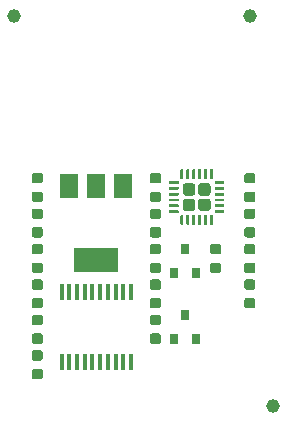
<source format=gtp>
G04 #@! TF.GenerationSoftware,KiCad,Pcbnew,5.0.2+dfsg1-1*
G04 #@! TF.CreationDate,2020-07-05T13:54:42+02:00*
G04 #@! TF.ProjectId,edgedriver,65646765-6472-4697-9665-722e6b696361,rev?*
G04 #@! TF.SameCoordinates,Original*
G04 #@! TF.FileFunction,Paste,Top*
G04 #@! TF.FilePolarity,Positive*
%FSLAX46Y46*%
G04 Gerber Fmt 4.6, Leading zero omitted, Abs format (unit mm)*
G04 Created by KiCad (PCBNEW 5.0.2+dfsg1-1) date Sun Jul  5 13:54:42 2020*
%MOMM*%
%LPD*%
G01*
G04 APERTURE LIST*
%ADD10C,1.152000*%
%ADD11R,0.800000X0.900000*%
%ADD12C,0.100000*%
%ADD13C,0.875000*%
%ADD14R,3.800000X2.000000*%
%ADD15R,1.500000X2.000000*%
%ADD16R,0.450000X1.450000*%
%ADD17C,1.050000*%
%ADD18C,0.250000*%
G04 APERTURE END LIST*
D10*
G04 #@! TO.C,REF\002A\002A*
X12000000Y2000000D03*
G04 #@! TD*
G04 #@! TO.C,REF\002A\002A*
X10000000Y35000000D03*
G04 #@! TD*
D11*
G04 #@! TO.C,Q2*
X3550000Y7700000D03*
X5450000Y7700000D03*
X4500000Y9700000D03*
G04 #@! TD*
G04 #@! TO.C,Q1*
X4500000Y15300000D03*
X5450000Y13300000D03*
X3550000Y13300000D03*
G04 #@! TD*
D12*
G04 #@! TO.C,C9*
G36*
X-7722309Y21723947D02*
X-7701074Y21720797D01*
X-7680250Y21715581D01*
X-7660038Y21708349D01*
X-7640632Y21699170D01*
X-7622219Y21688134D01*
X-7604976Y21675346D01*
X-7589070Y21660930D01*
X-7574654Y21645024D01*
X-7561866Y21627781D01*
X-7550830Y21609368D01*
X-7541651Y21589962D01*
X-7534419Y21569750D01*
X-7529203Y21548926D01*
X-7526053Y21527691D01*
X-7525000Y21506250D01*
X-7525000Y21068750D01*
X-7526053Y21047309D01*
X-7529203Y21026074D01*
X-7534419Y21005250D01*
X-7541651Y20985038D01*
X-7550830Y20965632D01*
X-7561866Y20947219D01*
X-7574654Y20929976D01*
X-7589070Y20914070D01*
X-7604976Y20899654D01*
X-7622219Y20886866D01*
X-7640632Y20875830D01*
X-7660038Y20866651D01*
X-7680250Y20859419D01*
X-7701074Y20854203D01*
X-7722309Y20851053D01*
X-7743750Y20850000D01*
X-8256250Y20850000D01*
X-8277691Y20851053D01*
X-8298926Y20854203D01*
X-8319750Y20859419D01*
X-8339962Y20866651D01*
X-8359368Y20875830D01*
X-8377781Y20886866D01*
X-8395024Y20899654D01*
X-8410930Y20914070D01*
X-8425346Y20929976D01*
X-8438134Y20947219D01*
X-8449170Y20965632D01*
X-8458349Y20985038D01*
X-8465581Y21005250D01*
X-8470797Y21026074D01*
X-8473947Y21047309D01*
X-8475000Y21068750D01*
X-8475000Y21506250D01*
X-8473947Y21527691D01*
X-8470797Y21548926D01*
X-8465581Y21569750D01*
X-8458349Y21589962D01*
X-8449170Y21609368D01*
X-8438134Y21627781D01*
X-8425346Y21645024D01*
X-8410930Y21660930D01*
X-8395024Y21675346D01*
X-8377781Y21688134D01*
X-8359368Y21699170D01*
X-8339962Y21708349D01*
X-8319750Y21715581D01*
X-8298926Y21720797D01*
X-8277691Y21723947D01*
X-8256250Y21725000D01*
X-7743750Y21725000D01*
X-7722309Y21723947D01*
X-7722309Y21723947D01*
G37*
D13*
X-8000000Y21287500D03*
D12*
G36*
X-7722309Y20148947D02*
X-7701074Y20145797D01*
X-7680250Y20140581D01*
X-7660038Y20133349D01*
X-7640632Y20124170D01*
X-7622219Y20113134D01*
X-7604976Y20100346D01*
X-7589070Y20085930D01*
X-7574654Y20070024D01*
X-7561866Y20052781D01*
X-7550830Y20034368D01*
X-7541651Y20014962D01*
X-7534419Y19994750D01*
X-7529203Y19973926D01*
X-7526053Y19952691D01*
X-7525000Y19931250D01*
X-7525000Y19493750D01*
X-7526053Y19472309D01*
X-7529203Y19451074D01*
X-7534419Y19430250D01*
X-7541651Y19410038D01*
X-7550830Y19390632D01*
X-7561866Y19372219D01*
X-7574654Y19354976D01*
X-7589070Y19339070D01*
X-7604976Y19324654D01*
X-7622219Y19311866D01*
X-7640632Y19300830D01*
X-7660038Y19291651D01*
X-7680250Y19284419D01*
X-7701074Y19279203D01*
X-7722309Y19276053D01*
X-7743750Y19275000D01*
X-8256250Y19275000D01*
X-8277691Y19276053D01*
X-8298926Y19279203D01*
X-8319750Y19284419D01*
X-8339962Y19291651D01*
X-8359368Y19300830D01*
X-8377781Y19311866D01*
X-8395024Y19324654D01*
X-8410930Y19339070D01*
X-8425346Y19354976D01*
X-8438134Y19372219D01*
X-8449170Y19390632D01*
X-8458349Y19410038D01*
X-8465581Y19430250D01*
X-8470797Y19451074D01*
X-8473947Y19472309D01*
X-8475000Y19493750D01*
X-8475000Y19931250D01*
X-8473947Y19952691D01*
X-8470797Y19973926D01*
X-8465581Y19994750D01*
X-8458349Y20014962D01*
X-8449170Y20034368D01*
X-8438134Y20052781D01*
X-8425346Y20070024D01*
X-8410930Y20085930D01*
X-8395024Y20100346D01*
X-8377781Y20113134D01*
X-8359368Y20124170D01*
X-8339962Y20133349D01*
X-8319750Y20140581D01*
X-8298926Y20145797D01*
X-8277691Y20148947D01*
X-8256250Y20150000D01*
X-7743750Y20150000D01*
X-7722309Y20148947D01*
X-7722309Y20148947D01*
G37*
D13*
X-8000000Y19712500D03*
G04 #@! TD*
D12*
G04 #@! TO.C,C1*
G36*
X10277691Y12723947D02*
X10298926Y12720797D01*
X10319750Y12715581D01*
X10339962Y12708349D01*
X10359368Y12699170D01*
X10377781Y12688134D01*
X10395024Y12675346D01*
X10410930Y12660930D01*
X10425346Y12645024D01*
X10438134Y12627781D01*
X10449170Y12609368D01*
X10458349Y12589962D01*
X10465581Y12569750D01*
X10470797Y12548926D01*
X10473947Y12527691D01*
X10475000Y12506250D01*
X10475000Y12068750D01*
X10473947Y12047309D01*
X10470797Y12026074D01*
X10465581Y12005250D01*
X10458349Y11985038D01*
X10449170Y11965632D01*
X10438134Y11947219D01*
X10425346Y11929976D01*
X10410930Y11914070D01*
X10395024Y11899654D01*
X10377781Y11886866D01*
X10359368Y11875830D01*
X10339962Y11866651D01*
X10319750Y11859419D01*
X10298926Y11854203D01*
X10277691Y11851053D01*
X10256250Y11850000D01*
X9743750Y11850000D01*
X9722309Y11851053D01*
X9701074Y11854203D01*
X9680250Y11859419D01*
X9660038Y11866651D01*
X9640632Y11875830D01*
X9622219Y11886866D01*
X9604976Y11899654D01*
X9589070Y11914070D01*
X9574654Y11929976D01*
X9561866Y11947219D01*
X9550830Y11965632D01*
X9541651Y11985038D01*
X9534419Y12005250D01*
X9529203Y12026074D01*
X9526053Y12047309D01*
X9525000Y12068750D01*
X9525000Y12506250D01*
X9526053Y12527691D01*
X9529203Y12548926D01*
X9534419Y12569750D01*
X9541651Y12589962D01*
X9550830Y12609368D01*
X9561866Y12627781D01*
X9574654Y12645024D01*
X9589070Y12660930D01*
X9604976Y12675346D01*
X9622219Y12688134D01*
X9640632Y12699170D01*
X9660038Y12708349D01*
X9680250Y12715581D01*
X9701074Y12720797D01*
X9722309Y12723947D01*
X9743750Y12725000D01*
X10256250Y12725000D01*
X10277691Y12723947D01*
X10277691Y12723947D01*
G37*
D13*
X10000000Y12287500D03*
D12*
G36*
X10277691Y11148947D02*
X10298926Y11145797D01*
X10319750Y11140581D01*
X10339962Y11133349D01*
X10359368Y11124170D01*
X10377781Y11113134D01*
X10395024Y11100346D01*
X10410930Y11085930D01*
X10425346Y11070024D01*
X10438134Y11052781D01*
X10449170Y11034368D01*
X10458349Y11014962D01*
X10465581Y10994750D01*
X10470797Y10973926D01*
X10473947Y10952691D01*
X10475000Y10931250D01*
X10475000Y10493750D01*
X10473947Y10472309D01*
X10470797Y10451074D01*
X10465581Y10430250D01*
X10458349Y10410038D01*
X10449170Y10390632D01*
X10438134Y10372219D01*
X10425346Y10354976D01*
X10410930Y10339070D01*
X10395024Y10324654D01*
X10377781Y10311866D01*
X10359368Y10300830D01*
X10339962Y10291651D01*
X10319750Y10284419D01*
X10298926Y10279203D01*
X10277691Y10276053D01*
X10256250Y10275000D01*
X9743750Y10275000D01*
X9722309Y10276053D01*
X9701074Y10279203D01*
X9680250Y10284419D01*
X9660038Y10291651D01*
X9640632Y10300830D01*
X9622219Y10311866D01*
X9604976Y10324654D01*
X9589070Y10339070D01*
X9574654Y10354976D01*
X9561866Y10372219D01*
X9550830Y10390632D01*
X9541651Y10410038D01*
X9534419Y10430250D01*
X9529203Y10451074D01*
X9526053Y10472309D01*
X9525000Y10493750D01*
X9525000Y10931250D01*
X9526053Y10952691D01*
X9529203Y10973926D01*
X9534419Y10994750D01*
X9541651Y11014962D01*
X9550830Y11034368D01*
X9561866Y11052781D01*
X9574654Y11070024D01*
X9589070Y11085930D01*
X9604976Y11100346D01*
X9622219Y11113134D01*
X9640632Y11124170D01*
X9660038Y11133349D01*
X9680250Y11140581D01*
X9701074Y11145797D01*
X9722309Y11148947D01*
X9743750Y11150000D01*
X10256250Y11150000D01*
X10277691Y11148947D01*
X10277691Y11148947D01*
G37*
D13*
X10000000Y10712500D03*
G04 #@! TD*
D12*
G04 #@! TO.C,C6*
G36*
X10277691Y18723947D02*
X10298926Y18720797D01*
X10319750Y18715581D01*
X10339962Y18708349D01*
X10359368Y18699170D01*
X10377781Y18688134D01*
X10395024Y18675346D01*
X10410930Y18660930D01*
X10425346Y18645024D01*
X10438134Y18627781D01*
X10449170Y18609368D01*
X10458349Y18589962D01*
X10465581Y18569750D01*
X10470797Y18548926D01*
X10473947Y18527691D01*
X10475000Y18506250D01*
X10475000Y18068750D01*
X10473947Y18047309D01*
X10470797Y18026074D01*
X10465581Y18005250D01*
X10458349Y17985038D01*
X10449170Y17965632D01*
X10438134Y17947219D01*
X10425346Y17929976D01*
X10410930Y17914070D01*
X10395024Y17899654D01*
X10377781Y17886866D01*
X10359368Y17875830D01*
X10339962Y17866651D01*
X10319750Y17859419D01*
X10298926Y17854203D01*
X10277691Y17851053D01*
X10256250Y17850000D01*
X9743750Y17850000D01*
X9722309Y17851053D01*
X9701074Y17854203D01*
X9680250Y17859419D01*
X9660038Y17866651D01*
X9640632Y17875830D01*
X9622219Y17886866D01*
X9604976Y17899654D01*
X9589070Y17914070D01*
X9574654Y17929976D01*
X9561866Y17947219D01*
X9550830Y17965632D01*
X9541651Y17985038D01*
X9534419Y18005250D01*
X9529203Y18026074D01*
X9526053Y18047309D01*
X9525000Y18068750D01*
X9525000Y18506250D01*
X9526053Y18527691D01*
X9529203Y18548926D01*
X9534419Y18569750D01*
X9541651Y18589962D01*
X9550830Y18609368D01*
X9561866Y18627781D01*
X9574654Y18645024D01*
X9589070Y18660930D01*
X9604976Y18675346D01*
X9622219Y18688134D01*
X9640632Y18699170D01*
X9660038Y18708349D01*
X9680250Y18715581D01*
X9701074Y18720797D01*
X9722309Y18723947D01*
X9743750Y18725000D01*
X10256250Y18725000D01*
X10277691Y18723947D01*
X10277691Y18723947D01*
G37*
D13*
X10000000Y18287500D03*
D12*
G36*
X10277691Y17148947D02*
X10298926Y17145797D01*
X10319750Y17140581D01*
X10339962Y17133349D01*
X10359368Y17124170D01*
X10377781Y17113134D01*
X10395024Y17100346D01*
X10410930Y17085930D01*
X10425346Y17070024D01*
X10438134Y17052781D01*
X10449170Y17034368D01*
X10458349Y17014962D01*
X10465581Y16994750D01*
X10470797Y16973926D01*
X10473947Y16952691D01*
X10475000Y16931250D01*
X10475000Y16493750D01*
X10473947Y16472309D01*
X10470797Y16451074D01*
X10465581Y16430250D01*
X10458349Y16410038D01*
X10449170Y16390632D01*
X10438134Y16372219D01*
X10425346Y16354976D01*
X10410930Y16339070D01*
X10395024Y16324654D01*
X10377781Y16311866D01*
X10359368Y16300830D01*
X10339962Y16291651D01*
X10319750Y16284419D01*
X10298926Y16279203D01*
X10277691Y16276053D01*
X10256250Y16275000D01*
X9743750Y16275000D01*
X9722309Y16276053D01*
X9701074Y16279203D01*
X9680250Y16284419D01*
X9660038Y16291651D01*
X9640632Y16300830D01*
X9622219Y16311866D01*
X9604976Y16324654D01*
X9589070Y16339070D01*
X9574654Y16354976D01*
X9561866Y16372219D01*
X9550830Y16390632D01*
X9541651Y16410038D01*
X9534419Y16430250D01*
X9529203Y16451074D01*
X9526053Y16472309D01*
X9525000Y16493750D01*
X9525000Y16931250D01*
X9526053Y16952691D01*
X9529203Y16973926D01*
X9534419Y16994750D01*
X9541651Y17014962D01*
X9550830Y17034368D01*
X9561866Y17052781D01*
X9574654Y17070024D01*
X9589070Y17085930D01*
X9604976Y17100346D01*
X9622219Y17113134D01*
X9640632Y17124170D01*
X9660038Y17133349D01*
X9680250Y17140581D01*
X9701074Y17145797D01*
X9722309Y17148947D01*
X9743750Y17150000D01*
X10256250Y17150000D01*
X10277691Y17148947D01*
X10277691Y17148947D01*
G37*
D13*
X10000000Y16712500D03*
G04 #@! TD*
D12*
G04 #@! TO.C,C2*
G36*
X-7722309Y14148947D02*
X-7701074Y14145797D01*
X-7680250Y14140581D01*
X-7660038Y14133349D01*
X-7640632Y14124170D01*
X-7622219Y14113134D01*
X-7604976Y14100346D01*
X-7589070Y14085930D01*
X-7574654Y14070024D01*
X-7561866Y14052781D01*
X-7550830Y14034368D01*
X-7541651Y14014962D01*
X-7534419Y13994750D01*
X-7529203Y13973926D01*
X-7526053Y13952691D01*
X-7525000Y13931250D01*
X-7525000Y13493750D01*
X-7526053Y13472309D01*
X-7529203Y13451074D01*
X-7534419Y13430250D01*
X-7541651Y13410038D01*
X-7550830Y13390632D01*
X-7561866Y13372219D01*
X-7574654Y13354976D01*
X-7589070Y13339070D01*
X-7604976Y13324654D01*
X-7622219Y13311866D01*
X-7640632Y13300830D01*
X-7660038Y13291651D01*
X-7680250Y13284419D01*
X-7701074Y13279203D01*
X-7722309Y13276053D01*
X-7743750Y13275000D01*
X-8256250Y13275000D01*
X-8277691Y13276053D01*
X-8298926Y13279203D01*
X-8319750Y13284419D01*
X-8339962Y13291651D01*
X-8359368Y13300830D01*
X-8377781Y13311866D01*
X-8395024Y13324654D01*
X-8410930Y13339070D01*
X-8425346Y13354976D01*
X-8438134Y13372219D01*
X-8449170Y13390632D01*
X-8458349Y13410038D01*
X-8465581Y13430250D01*
X-8470797Y13451074D01*
X-8473947Y13472309D01*
X-8475000Y13493750D01*
X-8475000Y13931250D01*
X-8473947Y13952691D01*
X-8470797Y13973926D01*
X-8465581Y13994750D01*
X-8458349Y14014962D01*
X-8449170Y14034368D01*
X-8438134Y14052781D01*
X-8425346Y14070024D01*
X-8410930Y14085930D01*
X-8395024Y14100346D01*
X-8377781Y14113134D01*
X-8359368Y14124170D01*
X-8339962Y14133349D01*
X-8319750Y14140581D01*
X-8298926Y14145797D01*
X-8277691Y14148947D01*
X-8256250Y14150000D01*
X-7743750Y14150000D01*
X-7722309Y14148947D01*
X-7722309Y14148947D01*
G37*
D13*
X-8000000Y13712500D03*
D12*
G36*
X-7722309Y15723947D02*
X-7701074Y15720797D01*
X-7680250Y15715581D01*
X-7660038Y15708349D01*
X-7640632Y15699170D01*
X-7622219Y15688134D01*
X-7604976Y15675346D01*
X-7589070Y15660930D01*
X-7574654Y15645024D01*
X-7561866Y15627781D01*
X-7550830Y15609368D01*
X-7541651Y15589962D01*
X-7534419Y15569750D01*
X-7529203Y15548926D01*
X-7526053Y15527691D01*
X-7525000Y15506250D01*
X-7525000Y15068750D01*
X-7526053Y15047309D01*
X-7529203Y15026074D01*
X-7534419Y15005250D01*
X-7541651Y14985038D01*
X-7550830Y14965632D01*
X-7561866Y14947219D01*
X-7574654Y14929976D01*
X-7589070Y14914070D01*
X-7604976Y14899654D01*
X-7622219Y14886866D01*
X-7640632Y14875830D01*
X-7660038Y14866651D01*
X-7680250Y14859419D01*
X-7701074Y14854203D01*
X-7722309Y14851053D01*
X-7743750Y14850000D01*
X-8256250Y14850000D01*
X-8277691Y14851053D01*
X-8298926Y14854203D01*
X-8319750Y14859419D01*
X-8339962Y14866651D01*
X-8359368Y14875830D01*
X-8377781Y14886866D01*
X-8395024Y14899654D01*
X-8410930Y14914070D01*
X-8425346Y14929976D01*
X-8438134Y14947219D01*
X-8449170Y14965632D01*
X-8458349Y14985038D01*
X-8465581Y15005250D01*
X-8470797Y15026074D01*
X-8473947Y15047309D01*
X-8475000Y15068750D01*
X-8475000Y15506250D01*
X-8473947Y15527691D01*
X-8470797Y15548926D01*
X-8465581Y15569750D01*
X-8458349Y15589962D01*
X-8449170Y15609368D01*
X-8438134Y15627781D01*
X-8425346Y15645024D01*
X-8410930Y15660930D01*
X-8395024Y15675346D01*
X-8377781Y15688134D01*
X-8359368Y15699170D01*
X-8339962Y15708349D01*
X-8319750Y15715581D01*
X-8298926Y15720797D01*
X-8277691Y15723947D01*
X-8256250Y15725000D01*
X-7743750Y15725000D01*
X-7722309Y15723947D01*
X-7722309Y15723947D01*
G37*
D13*
X-8000000Y15287500D03*
G04 #@! TD*
D12*
G04 #@! TO.C,C3*
G36*
X10277691Y14148947D02*
X10298926Y14145797D01*
X10319750Y14140581D01*
X10339962Y14133349D01*
X10359368Y14124170D01*
X10377781Y14113134D01*
X10395024Y14100346D01*
X10410930Y14085930D01*
X10425346Y14070024D01*
X10438134Y14052781D01*
X10449170Y14034368D01*
X10458349Y14014962D01*
X10465581Y13994750D01*
X10470797Y13973926D01*
X10473947Y13952691D01*
X10475000Y13931250D01*
X10475000Y13493750D01*
X10473947Y13472309D01*
X10470797Y13451074D01*
X10465581Y13430250D01*
X10458349Y13410038D01*
X10449170Y13390632D01*
X10438134Y13372219D01*
X10425346Y13354976D01*
X10410930Y13339070D01*
X10395024Y13324654D01*
X10377781Y13311866D01*
X10359368Y13300830D01*
X10339962Y13291651D01*
X10319750Y13284419D01*
X10298926Y13279203D01*
X10277691Y13276053D01*
X10256250Y13275000D01*
X9743750Y13275000D01*
X9722309Y13276053D01*
X9701074Y13279203D01*
X9680250Y13284419D01*
X9660038Y13291651D01*
X9640632Y13300830D01*
X9622219Y13311866D01*
X9604976Y13324654D01*
X9589070Y13339070D01*
X9574654Y13354976D01*
X9561866Y13372219D01*
X9550830Y13390632D01*
X9541651Y13410038D01*
X9534419Y13430250D01*
X9529203Y13451074D01*
X9526053Y13472309D01*
X9525000Y13493750D01*
X9525000Y13931250D01*
X9526053Y13952691D01*
X9529203Y13973926D01*
X9534419Y13994750D01*
X9541651Y14014962D01*
X9550830Y14034368D01*
X9561866Y14052781D01*
X9574654Y14070024D01*
X9589070Y14085930D01*
X9604976Y14100346D01*
X9622219Y14113134D01*
X9640632Y14124170D01*
X9660038Y14133349D01*
X9680250Y14140581D01*
X9701074Y14145797D01*
X9722309Y14148947D01*
X9743750Y14150000D01*
X10256250Y14150000D01*
X10277691Y14148947D01*
X10277691Y14148947D01*
G37*
D13*
X10000000Y13712500D03*
D12*
G36*
X10277691Y15723947D02*
X10298926Y15720797D01*
X10319750Y15715581D01*
X10339962Y15708349D01*
X10359368Y15699170D01*
X10377781Y15688134D01*
X10395024Y15675346D01*
X10410930Y15660930D01*
X10425346Y15645024D01*
X10438134Y15627781D01*
X10449170Y15609368D01*
X10458349Y15589962D01*
X10465581Y15569750D01*
X10470797Y15548926D01*
X10473947Y15527691D01*
X10475000Y15506250D01*
X10475000Y15068750D01*
X10473947Y15047309D01*
X10470797Y15026074D01*
X10465581Y15005250D01*
X10458349Y14985038D01*
X10449170Y14965632D01*
X10438134Y14947219D01*
X10425346Y14929976D01*
X10410930Y14914070D01*
X10395024Y14899654D01*
X10377781Y14886866D01*
X10359368Y14875830D01*
X10339962Y14866651D01*
X10319750Y14859419D01*
X10298926Y14854203D01*
X10277691Y14851053D01*
X10256250Y14850000D01*
X9743750Y14850000D01*
X9722309Y14851053D01*
X9701074Y14854203D01*
X9680250Y14859419D01*
X9660038Y14866651D01*
X9640632Y14875830D01*
X9622219Y14886866D01*
X9604976Y14899654D01*
X9589070Y14914070D01*
X9574654Y14929976D01*
X9561866Y14947219D01*
X9550830Y14965632D01*
X9541651Y14985038D01*
X9534419Y15005250D01*
X9529203Y15026074D01*
X9526053Y15047309D01*
X9525000Y15068750D01*
X9525000Y15506250D01*
X9526053Y15527691D01*
X9529203Y15548926D01*
X9534419Y15569750D01*
X9541651Y15589962D01*
X9550830Y15609368D01*
X9561866Y15627781D01*
X9574654Y15645024D01*
X9589070Y15660930D01*
X9604976Y15675346D01*
X9622219Y15688134D01*
X9640632Y15699170D01*
X9660038Y15708349D01*
X9680250Y15715581D01*
X9701074Y15720797D01*
X9722309Y15723947D01*
X9743750Y15725000D01*
X10256250Y15725000D01*
X10277691Y15723947D01*
X10277691Y15723947D01*
G37*
D13*
X10000000Y15287500D03*
G04 #@! TD*
D12*
G04 #@! TO.C,C4*
G36*
X2277691Y21723947D02*
X2298926Y21720797D01*
X2319750Y21715581D01*
X2339962Y21708349D01*
X2359368Y21699170D01*
X2377781Y21688134D01*
X2395024Y21675346D01*
X2410930Y21660930D01*
X2425346Y21645024D01*
X2438134Y21627781D01*
X2449170Y21609368D01*
X2458349Y21589962D01*
X2465581Y21569750D01*
X2470797Y21548926D01*
X2473947Y21527691D01*
X2475000Y21506250D01*
X2475000Y21068750D01*
X2473947Y21047309D01*
X2470797Y21026074D01*
X2465581Y21005250D01*
X2458349Y20985038D01*
X2449170Y20965632D01*
X2438134Y20947219D01*
X2425346Y20929976D01*
X2410930Y20914070D01*
X2395024Y20899654D01*
X2377781Y20886866D01*
X2359368Y20875830D01*
X2339962Y20866651D01*
X2319750Y20859419D01*
X2298926Y20854203D01*
X2277691Y20851053D01*
X2256250Y20850000D01*
X1743750Y20850000D01*
X1722309Y20851053D01*
X1701074Y20854203D01*
X1680250Y20859419D01*
X1660038Y20866651D01*
X1640632Y20875830D01*
X1622219Y20886866D01*
X1604976Y20899654D01*
X1589070Y20914070D01*
X1574654Y20929976D01*
X1561866Y20947219D01*
X1550830Y20965632D01*
X1541651Y20985038D01*
X1534419Y21005250D01*
X1529203Y21026074D01*
X1526053Y21047309D01*
X1525000Y21068750D01*
X1525000Y21506250D01*
X1526053Y21527691D01*
X1529203Y21548926D01*
X1534419Y21569750D01*
X1541651Y21589962D01*
X1550830Y21609368D01*
X1561866Y21627781D01*
X1574654Y21645024D01*
X1589070Y21660930D01*
X1604976Y21675346D01*
X1622219Y21688134D01*
X1640632Y21699170D01*
X1660038Y21708349D01*
X1680250Y21715581D01*
X1701074Y21720797D01*
X1722309Y21723947D01*
X1743750Y21725000D01*
X2256250Y21725000D01*
X2277691Y21723947D01*
X2277691Y21723947D01*
G37*
D13*
X2000000Y21287500D03*
D12*
G36*
X2277691Y20148947D02*
X2298926Y20145797D01*
X2319750Y20140581D01*
X2339962Y20133349D01*
X2359368Y20124170D01*
X2377781Y20113134D01*
X2395024Y20100346D01*
X2410930Y20085930D01*
X2425346Y20070024D01*
X2438134Y20052781D01*
X2449170Y20034368D01*
X2458349Y20014962D01*
X2465581Y19994750D01*
X2470797Y19973926D01*
X2473947Y19952691D01*
X2475000Y19931250D01*
X2475000Y19493750D01*
X2473947Y19472309D01*
X2470797Y19451074D01*
X2465581Y19430250D01*
X2458349Y19410038D01*
X2449170Y19390632D01*
X2438134Y19372219D01*
X2425346Y19354976D01*
X2410930Y19339070D01*
X2395024Y19324654D01*
X2377781Y19311866D01*
X2359368Y19300830D01*
X2339962Y19291651D01*
X2319750Y19284419D01*
X2298926Y19279203D01*
X2277691Y19276053D01*
X2256250Y19275000D01*
X1743750Y19275000D01*
X1722309Y19276053D01*
X1701074Y19279203D01*
X1680250Y19284419D01*
X1660038Y19291651D01*
X1640632Y19300830D01*
X1622219Y19311866D01*
X1604976Y19324654D01*
X1589070Y19339070D01*
X1574654Y19354976D01*
X1561866Y19372219D01*
X1550830Y19390632D01*
X1541651Y19410038D01*
X1534419Y19430250D01*
X1529203Y19451074D01*
X1526053Y19472309D01*
X1525000Y19493750D01*
X1525000Y19931250D01*
X1526053Y19952691D01*
X1529203Y19973926D01*
X1534419Y19994750D01*
X1541651Y20014962D01*
X1550830Y20034368D01*
X1561866Y20052781D01*
X1574654Y20070024D01*
X1589070Y20085930D01*
X1604976Y20100346D01*
X1622219Y20113134D01*
X1640632Y20124170D01*
X1660038Y20133349D01*
X1680250Y20140581D01*
X1701074Y20145797D01*
X1722309Y20148947D01*
X1743750Y20150000D01*
X2256250Y20150000D01*
X2277691Y20148947D01*
X2277691Y20148947D01*
G37*
D13*
X2000000Y19712500D03*
G04 #@! TD*
D12*
G04 #@! TO.C,C5*
G36*
X-7722309Y18723947D02*
X-7701074Y18720797D01*
X-7680250Y18715581D01*
X-7660038Y18708349D01*
X-7640632Y18699170D01*
X-7622219Y18688134D01*
X-7604976Y18675346D01*
X-7589070Y18660930D01*
X-7574654Y18645024D01*
X-7561866Y18627781D01*
X-7550830Y18609368D01*
X-7541651Y18589962D01*
X-7534419Y18569750D01*
X-7529203Y18548926D01*
X-7526053Y18527691D01*
X-7525000Y18506250D01*
X-7525000Y18068750D01*
X-7526053Y18047309D01*
X-7529203Y18026074D01*
X-7534419Y18005250D01*
X-7541651Y17985038D01*
X-7550830Y17965632D01*
X-7561866Y17947219D01*
X-7574654Y17929976D01*
X-7589070Y17914070D01*
X-7604976Y17899654D01*
X-7622219Y17886866D01*
X-7640632Y17875830D01*
X-7660038Y17866651D01*
X-7680250Y17859419D01*
X-7701074Y17854203D01*
X-7722309Y17851053D01*
X-7743750Y17850000D01*
X-8256250Y17850000D01*
X-8277691Y17851053D01*
X-8298926Y17854203D01*
X-8319750Y17859419D01*
X-8339962Y17866651D01*
X-8359368Y17875830D01*
X-8377781Y17886866D01*
X-8395024Y17899654D01*
X-8410930Y17914070D01*
X-8425346Y17929976D01*
X-8438134Y17947219D01*
X-8449170Y17965632D01*
X-8458349Y17985038D01*
X-8465581Y18005250D01*
X-8470797Y18026074D01*
X-8473947Y18047309D01*
X-8475000Y18068750D01*
X-8475000Y18506250D01*
X-8473947Y18527691D01*
X-8470797Y18548926D01*
X-8465581Y18569750D01*
X-8458349Y18589962D01*
X-8449170Y18609368D01*
X-8438134Y18627781D01*
X-8425346Y18645024D01*
X-8410930Y18660930D01*
X-8395024Y18675346D01*
X-8377781Y18688134D01*
X-8359368Y18699170D01*
X-8339962Y18708349D01*
X-8319750Y18715581D01*
X-8298926Y18720797D01*
X-8277691Y18723947D01*
X-8256250Y18725000D01*
X-7743750Y18725000D01*
X-7722309Y18723947D01*
X-7722309Y18723947D01*
G37*
D13*
X-8000000Y18287500D03*
D12*
G36*
X-7722309Y17148947D02*
X-7701074Y17145797D01*
X-7680250Y17140581D01*
X-7660038Y17133349D01*
X-7640632Y17124170D01*
X-7622219Y17113134D01*
X-7604976Y17100346D01*
X-7589070Y17085930D01*
X-7574654Y17070024D01*
X-7561866Y17052781D01*
X-7550830Y17034368D01*
X-7541651Y17014962D01*
X-7534419Y16994750D01*
X-7529203Y16973926D01*
X-7526053Y16952691D01*
X-7525000Y16931250D01*
X-7525000Y16493750D01*
X-7526053Y16472309D01*
X-7529203Y16451074D01*
X-7534419Y16430250D01*
X-7541651Y16410038D01*
X-7550830Y16390632D01*
X-7561866Y16372219D01*
X-7574654Y16354976D01*
X-7589070Y16339070D01*
X-7604976Y16324654D01*
X-7622219Y16311866D01*
X-7640632Y16300830D01*
X-7660038Y16291651D01*
X-7680250Y16284419D01*
X-7701074Y16279203D01*
X-7722309Y16276053D01*
X-7743750Y16275000D01*
X-8256250Y16275000D01*
X-8277691Y16276053D01*
X-8298926Y16279203D01*
X-8319750Y16284419D01*
X-8339962Y16291651D01*
X-8359368Y16300830D01*
X-8377781Y16311866D01*
X-8395024Y16324654D01*
X-8410930Y16339070D01*
X-8425346Y16354976D01*
X-8438134Y16372219D01*
X-8449170Y16390632D01*
X-8458349Y16410038D01*
X-8465581Y16430250D01*
X-8470797Y16451074D01*
X-8473947Y16472309D01*
X-8475000Y16493750D01*
X-8475000Y16931250D01*
X-8473947Y16952691D01*
X-8470797Y16973926D01*
X-8465581Y16994750D01*
X-8458349Y17014962D01*
X-8449170Y17034368D01*
X-8438134Y17052781D01*
X-8425346Y17070024D01*
X-8410930Y17085930D01*
X-8395024Y17100346D01*
X-8377781Y17113134D01*
X-8359368Y17124170D01*
X-8339962Y17133349D01*
X-8319750Y17140581D01*
X-8298926Y17145797D01*
X-8277691Y17148947D01*
X-8256250Y17150000D01*
X-7743750Y17150000D01*
X-7722309Y17148947D01*
X-7722309Y17148947D01*
G37*
D13*
X-8000000Y16712500D03*
G04 #@! TD*
D12*
G04 #@! TO.C,C7*
G36*
X2277691Y17148947D02*
X2298926Y17145797D01*
X2319750Y17140581D01*
X2339962Y17133349D01*
X2359368Y17124170D01*
X2377781Y17113134D01*
X2395024Y17100346D01*
X2410930Y17085930D01*
X2425346Y17070024D01*
X2438134Y17052781D01*
X2449170Y17034368D01*
X2458349Y17014962D01*
X2465581Y16994750D01*
X2470797Y16973926D01*
X2473947Y16952691D01*
X2475000Y16931250D01*
X2475000Y16493750D01*
X2473947Y16472309D01*
X2470797Y16451074D01*
X2465581Y16430250D01*
X2458349Y16410038D01*
X2449170Y16390632D01*
X2438134Y16372219D01*
X2425346Y16354976D01*
X2410930Y16339070D01*
X2395024Y16324654D01*
X2377781Y16311866D01*
X2359368Y16300830D01*
X2339962Y16291651D01*
X2319750Y16284419D01*
X2298926Y16279203D01*
X2277691Y16276053D01*
X2256250Y16275000D01*
X1743750Y16275000D01*
X1722309Y16276053D01*
X1701074Y16279203D01*
X1680250Y16284419D01*
X1660038Y16291651D01*
X1640632Y16300830D01*
X1622219Y16311866D01*
X1604976Y16324654D01*
X1589070Y16339070D01*
X1574654Y16354976D01*
X1561866Y16372219D01*
X1550830Y16390632D01*
X1541651Y16410038D01*
X1534419Y16430250D01*
X1529203Y16451074D01*
X1526053Y16472309D01*
X1525000Y16493750D01*
X1525000Y16931250D01*
X1526053Y16952691D01*
X1529203Y16973926D01*
X1534419Y16994750D01*
X1541651Y17014962D01*
X1550830Y17034368D01*
X1561866Y17052781D01*
X1574654Y17070024D01*
X1589070Y17085930D01*
X1604976Y17100346D01*
X1622219Y17113134D01*
X1640632Y17124170D01*
X1660038Y17133349D01*
X1680250Y17140581D01*
X1701074Y17145797D01*
X1722309Y17148947D01*
X1743750Y17150000D01*
X2256250Y17150000D01*
X2277691Y17148947D01*
X2277691Y17148947D01*
G37*
D13*
X2000000Y16712500D03*
D12*
G36*
X2277691Y18723947D02*
X2298926Y18720797D01*
X2319750Y18715581D01*
X2339962Y18708349D01*
X2359368Y18699170D01*
X2377781Y18688134D01*
X2395024Y18675346D01*
X2410930Y18660930D01*
X2425346Y18645024D01*
X2438134Y18627781D01*
X2449170Y18609368D01*
X2458349Y18589962D01*
X2465581Y18569750D01*
X2470797Y18548926D01*
X2473947Y18527691D01*
X2475000Y18506250D01*
X2475000Y18068750D01*
X2473947Y18047309D01*
X2470797Y18026074D01*
X2465581Y18005250D01*
X2458349Y17985038D01*
X2449170Y17965632D01*
X2438134Y17947219D01*
X2425346Y17929976D01*
X2410930Y17914070D01*
X2395024Y17899654D01*
X2377781Y17886866D01*
X2359368Y17875830D01*
X2339962Y17866651D01*
X2319750Y17859419D01*
X2298926Y17854203D01*
X2277691Y17851053D01*
X2256250Y17850000D01*
X1743750Y17850000D01*
X1722309Y17851053D01*
X1701074Y17854203D01*
X1680250Y17859419D01*
X1660038Y17866651D01*
X1640632Y17875830D01*
X1622219Y17886866D01*
X1604976Y17899654D01*
X1589070Y17914070D01*
X1574654Y17929976D01*
X1561866Y17947219D01*
X1550830Y17965632D01*
X1541651Y17985038D01*
X1534419Y18005250D01*
X1529203Y18026074D01*
X1526053Y18047309D01*
X1525000Y18068750D01*
X1525000Y18506250D01*
X1526053Y18527691D01*
X1529203Y18548926D01*
X1534419Y18569750D01*
X1541651Y18589962D01*
X1550830Y18609368D01*
X1561866Y18627781D01*
X1574654Y18645024D01*
X1589070Y18660930D01*
X1604976Y18675346D01*
X1622219Y18688134D01*
X1640632Y18699170D01*
X1660038Y18708349D01*
X1680250Y18715581D01*
X1701074Y18720797D01*
X1722309Y18723947D01*
X1743750Y18725000D01*
X2256250Y18725000D01*
X2277691Y18723947D01*
X2277691Y18723947D01*
G37*
D13*
X2000000Y18287500D03*
G04 #@! TD*
D12*
G04 #@! TO.C,C8*
G36*
X-7722309Y12723947D02*
X-7701074Y12720797D01*
X-7680250Y12715581D01*
X-7660038Y12708349D01*
X-7640632Y12699170D01*
X-7622219Y12688134D01*
X-7604976Y12675346D01*
X-7589070Y12660930D01*
X-7574654Y12645024D01*
X-7561866Y12627781D01*
X-7550830Y12609368D01*
X-7541651Y12589962D01*
X-7534419Y12569750D01*
X-7529203Y12548926D01*
X-7526053Y12527691D01*
X-7525000Y12506250D01*
X-7525000Y12068750D01*
X-7526053Y12047309D01*
X-7529203Y12026074D01*
X-7534419Y12005250D01*
X-7541651Y11985038D01*
X-7550830Y11965632D01*
X-7561866Y11947219D01*
X-7574654Y11929976D01*
X-7589070Y11914070D01*
X-7604976Y11899654D01*
X-7622219Y11886866D01*
X-7640632Y11875830D01*
X-7660038Y11866651D01*
X-7680250Y11859419D01*
X-7701074Y11854203D01*
X-7722309Y11851053D01*
X-7743750Y11850000D01*
X-8256250Y11850000D01*
X-8277691Y11851053D01*
X-8298926Y11854203D01*
X-8319750Y11859419D01*
X-8339962Y11866651D01*
X-8359368Y11875830D01*
X-8377781Y11886866D01*
X-8395024Y11899654D01*
X-8410930Y11914070D01*
X-8425346Y11929976D01*
X-8438134Y11947219D01*
X-8449170Y11965632D01*
X-8458349Y11985038D01*
X-8465581Y12005250D01*
X-8470797Y12026074D01*
X-8473947Y12047309D01*
X-8475000Y12068750D01*
X-8475000Y12506250D01*
X-8473947Y12527691D01*
X-8470797Y12548926D01*
X-8465581Y12569750D01*
X-8458349Y12589962D01*
X-8449170Y12609368D01*
X-8438134Y12627781D01*
X-8425346Y12645024D01*
X-8410930Y12660930D01*
X-8395024Y12675346D01*
X-8377781Y12688134D01*
X-8359368Y12699170D01*
X-8339962Y12708349D01*
X-8319750Y12715581D01*
X-8298926Y12720797D01*
X-8277691Y12723947D01*
X-8256250Y12725000D01*
X-7743750Y12725000D01*
X-7722309Y12723947D01*
X-7722309Y12723947D01*
G37*
D13*
X-8000000Y12287500D03*
D12*
G36*
X-7722309Y11148947D02*
X-7701074Y11145797D01*
X-7680250Y11140581D01*
X-7660038Y11133349D01*
X-7640632Y11124170D01*
X-7622219Y11113134D01*
X-7604976Y11100346D01*
X-7589070Y11085930D01*
X-7574654Y11070024D01*
X-7561866Y11052781D01*
X-7550830Y11034368D01*
X-7541651Y11014962D01*
X-7534419Y10994750D01*
X-7529203Y10973926D01*
X-7526053Y10952691D01*
X-7525000Y10931250D01*
X-7525000Y10493750D01*
X-7526053Y10472309D01*
X-7529203Y10451074D01*
X-7534419Y10430250D01*
X-7541651Y10410038D01*
X-7550830Y10390632D01*
X-7561866Y10372219D01*
X-7574654Y10354976D01*
X-7589070Y10339070D01*
X-7604976Y10324654D01*
X-7622219Y10311866D01*
X-7640632Y10300830D01*
X-7660038Y10291651D01*
X-7680250Y10284419D01*
X-7701074Y10279203D01*
X-7722309Y10276053D01*
X-7743750Y10275000D01*
X-8256250Y10275000D01*
X-8277691Y10276053D01*
X-8298926Y10279203D01*
X-8319750Y10284419D01*
X-8339962Y10291651D01*
X-8359368Y10300830D01*
X-8377781Y10311866D01*
X-8395024Y10324654D01*
X-8410930Y10339070D01*
X-8425346Y10354976D01*
X-8438134Y10372219D01*
X-8449170Y10390632D01*
X-8458349Y10410038D01*
X-8465581Y10430250D01*
X-8470797Y10451074D01*
X-8473947Y10472309D01*
X-8475000Y10493750D01*
X-8475000Y10931250D01*
X-8473947Y10952691D01*
X-8470797Y10973926D01*
X-8465581Y10994750D01*
X-8458349Y11014962D01*
X-8449170Y11034368D01*
X-8438134Y11052781D01*
X-8425346Y11070024D01*
X-8410930Y11085930D01*
X-8395024Y11100346D01*
X-8377781Y11113134D01*
X-8359368Y11124170D01*
X-8339962Y11133349D01*
X-8319750Y11140581D01*
X-8298926Y11145797D01*
X-8277691Y11148947D01*
X-8256250Y11150000D01*
X-7743750Y11150000D01*
X-7722309Y11148947D01*
X-7722309Y11148947D01*
G37*
D13*
X-8000000Y10712500D03*
G04 #@! TD*
D12*
G04 #@! TO.C,R2*
G36*
X10277691Y21723947D02*
X10298926Y21720797D01*
X10319750Y21715581D01*
X10339962Y21708349D01*
X10359368Y21699170D01*
X10377781Y21688134D01*
X10395024Y21675346D01*
X10410930Y21660930D01*
X10425346Y21645024D01*
X10438134Y21627781D01*
X10449170Y21609368D01*
X10458349Y21589962D01*
X10465581Y21569750D01*
X10470797Y21548926D01*
X10473947Y21527691D01*
X10475000Y21506250D01*
X10475000Y21068750D01*
X10473947Y21047309D01*
X10470797Y21026074D01*
X10465581Y21005250D01*
X10458349Y20985038D01*
X10449170Y20965632D01*
X10438134Y20947219D01*
X10425346Y20929976D01*
X10410930Y20914070D01*
X10395024Y20899654D01*
X10377781Y20886866D01*
X10359368Y20875830D01*
X10339962Y20866651D01*
X10319750Y20859419D01*
X10298926Y20854203D01*
X10277691Y20851053D01*
X10256250Y20850000D01*
X9743750Y20850000D01*
X9722309Y20851053D01*
X9701074Y20854203D01*
X9680250Y20859419D01*
X9660038Y20866651D01*
X9640632Y20875830D01*
X9622219Y20886866D01*
X9604976Y20899654D01*
X9589070Y20914070D01*
X9574654Y20929976D01*
X9561866Y20947219D01*
X9550830Y20965632D01*
X9541651Y20985038D01*
X9534419Y21005250D01*
X9529203Y21026074D01*
X9526053Y21047309D01*
X9525000Y21068750D01*
X9525000Y21506250D01*
X9526053Y21527691D01*
X9529203Y21548926D01*
X9534419Y21569750D01*
X9541651Y21589962D01*
X9550830Y21609368D01*
X9561866Y21627781D01*
X9574654Y21645024D01*
X9589070Y21660930D01*
X9604976Y21675346D01*
X9622219Y21688134D01*
X9640632Y21699170D01*
X9660038Y21708349D01*
X9680250Y21715581D01*
X9701074Y21720797D01*
X9722309Y21723947D01*
X9743750Y21725000D01*
X10256250Y21725000D01*
X10277691Y21723947D01*
X10277691Y21723947D01*
G37*
D13*
X10000000Y21287500D03*
D12*
G36*
X10277691Y20148947D02*
X10298926Y20145797D01*
X10319750Y20140581D01*
X10339962Y20133349D01*
X10359368Y20124170D01*
X10377781Y20113134D01*
X10395024Y20100346D01*
X10410930Y20085930D01*
X10425346Y20070024D01*
X10438134Y20052781D01*
X10449170Y20034368D01*
X10458349Y20014962D01*
X10465581Y19994750D01*
X10470797Y19973926D01*
X10473947Y19952691D01*
X10475000Y19931250D01*
X10475000Y19493750D01*
X10473947Y19472309D01*
X10470797Y19451074D01*
X10465581Y19430250D01*
X10458349Y19410038D01*
X10449170Y19390632D01*
X10438134Y19372219D01*
X10425346Y19354976D01*
X10410930Y19339070D01*
X10395024Y19324654D01*
X10377781Y19311866D01*
X10359368Y19300830D01*
X10339962Y19291651D01*
X10319750Y19284419D01*
X10298926Y19279203D01*
X10277691Y19276053D01*
X10256250Y19275000D01*
X9743750Y19275000D01*
X9722309Y19276053D01*
X9701074Y19279203D01*
X9680250Y19284419D01*
X9660038Y19291651D01*
X9640632Y19300830D01*
X9622219Y19311866D01*
X9604976Y19324654D01*
X9589070Y19339070D01*
X9574654Y19354976D01*
X9561866Y19372219D01*
X9550830Y19390632D01*
X9541651Y19410038D01*
X9534419Y19430250D01*
X9529203Y19451074D01*
X9526053Y19472309D01*
X9525000Y19493750D01*
X9525000Y19931250D01*
X9526053Y19952691D01*
X9529203Y19973926D01*
X9534419Y19994750D01*
X9541651Y20014962D01*
X9550830Y20034368D01*
X9561866Y20052781D01*
X9574654Y20070024D01*
X9589070Y20085930D01*
X9604976Y20100346D01*
X9622219Y20113134D01*
X9640632Y20124170D01*
X9660038Y20133349D01*
X9680250Y20140581D01*
X9701074Y20145797D01*
X9722309Y20148947D01*
X9743750Y20150000D01*
X10256250Y20150000D01*
X10277691Y20148947D01*
X10277691Y20148947D01*
G37*
D13*
X10000000Y19712500D03*
G04 #@! TD*
D12*
G04 #@! TO.C,R3*
G36*
X2277691Y11148947D02*
X2298926Y11145797D01*
X2319750Y11140581D01*
X2339962Y11133349D01*
X2359368Y11124170D01*
X2377781Y11113134D01*
X2395024Y11100346D01*
X2410930Y11085930D01*
X2425346Y11070024D01*
X2438134Y11052781D01*
X2449170Y11034368D01*
X2458349Y11014962D01*
X2465581Y10994750D01*
X2470797Y10973926D01*
X2473947Y10952691D01*
X2475000Y10931250D01*
X2475000Y10493750D01*
X2473947Y10472309D01*
X2470797Y10451074D01*
X2465581Y10430250D01*
X2458349Y10410038D01*
X2449170Y10390632D01*
X2438134Y10372219D01*
X2425346Y10354976D01*
X2410930Y10339070D01*
X2395024Y10324654D01*
X2377781Y10311866D01*
X2359368Y10300830D01*
X2339962Y10291651D01*
X2319750Y10284419D01*
X2298926Y10279203D01*
X2277691Y10276053D01*
X2256250Y10275000D01*
X1743750Y10275000D01*
X1722309Y10276053D01*
X1701074Y10279203D01*
X1680250Y10284419D01*
X1660038Y10291651D01*
X1640632Y10300830D01*
X1622219Y10311866D01*
X1604976Y10324654D01*
X1589070Y10339070D01*
X1574654Y10354976D01*
X1561866Y10372219D01*
X1550830Y10390632D01*
X1541651Y10410038D01*
X1534419Y10430250D01*
X1529203Y10451074D01*
X1526053Y10472309D01*
X1525000Y10493750D01*
X1525000Y10931250D01*
X1526053Y10952691D01*
X1529203Y10973926D01*
X1534419Y10994750D01*
X1541651Y11014962D01*
X1550830Y11034368D01*
X1561866Y11052781D01*
X1574654Y11070024D01*
X1589070Y11085930D01*
X1604976Y11100346D01*
X1622219Y11113134D01*
X1640632Y11124170D01*
X1660038Y11133349D01*
X1680250Y11140581D01*
X1701074Y11145797D01*
X1722309Y11148947D01*
X1743750Y11150000D01*
X2256250Y11150000D01*
X2277691Y11148947D01*
X2277691Y11148947D01*
G37*
D13*
X2000000Y10712500D03*
D12*
G36*
X2277691Y12723947D02*
X2298926Y12720797D01*
X2319750Y12715581D01*
X2339962Y12708349D01*
X2359368Y12699170D01*
X2377781Y12688134D01*
X2395024Y12675346D01*
X2410930Y12660930D01*
X2425346Y12645024D01*
X2438134Y12627781D01*
X2449170Y12609368D01*
X2458349Y12589962D01*
X2465581Y12569750D01*
X2470797Y12548926D01*
X2473947Y12527691D01*
X2475000Y12506250D01*
X2475000Y12068750D01*
X2473947Y12047309D01*
X2470797Y12026074D01*
X2465581Y12005250D01*
X2458349Y11985038D01*
X2449170Y11965632D01*
X2438134Y11947219D01*
X2425346Y11929976D01*
X2410930Y11914070D01*
X2395024Y11899654D01*
X2377781Y11886866D01*
X2359368Y11875830D01*
X2339962Y11866651D01*
X2319750Y11859419D01*
X2298926Y11854203D01*
X2277691Y11851053D01*
X2256250Y11850000D01*
X1743750Y11850000D01*
X1722309Y11851053D01*
X1701074Y11854203D01*
X1680250Y11859419D01*
X1660038Y11866651D01*
X1640632Y11875830D01*
X1622219Y11886866D01*
X1604976Y11899654D01*
X1589070Y11914070D01*
X1574654Y11929976D01*
X1561866Y11947219D01*
X1550830Y11965632D01*
X1541651Y11985038D01*
X1534419Y12005250D01*
X1529203Y12026074D01*
X1526053Y12047309D01*
X1525000Y12068750D01*
X1525000Y12506250D01*
X1526053Y12527691D01*
X1529203Y12548926D01*
X1534419Y12569750D01*
X1541651Y12589962D01*
X1550830Y12609368D01*
X1561866Y12627781D01*
X1574654Y12645024D01*
X1589070Y12660930D01*
X1604976Y12675346D01*
X1622219Y12688134D01*
X1640632Y12699170D01*
X1660038Y12708349D01*
X1680250Y12715581D01*
X1701074Y12720797D01*
X1722309Y12723947D01*
X1743750Y12725000D01*
X2256250Y12725000D01*
X2277691Y12723947D01*
X2277691Y12723947D01*
G37*
D13*
X2000000Y12287500D03*
G04 #@! TD*
D12*
G04 #@! TO.C,R4*
G36*
X2277691Y9723947D02*
X2298926Y9720797D01*
X2319750Y9715581D01*
X2339962Y9708349D01*
X2359368Y9699170D01*
X2377781Y9688134D01*
X2395024Y9675346D01*
X2410930Y9660930D01*
X2425346Y9645024D01*
X2438134Y9627781D01*
X2449170Y9609368D01*
X2458349Y9589962D01*
X2465581Y9569750D01*
X2470797Y9548926D01*
X2473947Y9527691D01*
X2475000Y9506250D01*
X2475000Y9068750D01*
X2473947Y9047309D01*
X2470797Y9026074D01*
X2465581Y9005250D01*
X2458349Y8985038D01*
X2449170Y8965632D01*
X2438134Y8947219D01*
X2425346Y8929976D01*
X2410930Y8914070D01*
X2395024Y8899654D01*
X2377781Y8886866D01*
X2359368Y8875830D01*
X2339962Y8866651D01*
X2319750Y8859419D01*
X2298926Y8854203D01*
X2277691Y8851053D01*
X2256250Y8850000D01*
X1743750Y8850000D01*
X1722309Y8851053D01*
X1701074Y8854203D01*
X1680250Y8859419D01*
X1660038Y8866651D01*
X1640632Y8875830D01*
X1622219Y8886866D01*
X1604976Y8899654D01*
X1589070Y8914070D01*
X1574654Y8929976D01*
X1561866Y8947219D01*
X1550830Y8965632D01*
X1541651Y8985038D01*
X1534419Y9005250D01*
X1529203Y9026074D01*
X1526053Y9047309D01*
X1525000Y9068750D01*
X1525000Y9506250D01*
X1526053Y9527691D01*
X1529203Y9548926D01*
X1534419Y9569750D01*
X1541651Y9589962D01*
X1550830Y9609368D01*
X1561866Y9627781D01*
X1574654Y9645024D01*
X1589070Y9660930D01*
X1604976Y9675346D01*
X1622219Y9688134D01*
X1640632Y9699170D01*
X1660038Y9708349D01*
X1680250Y9715581D01*
X1701074Y9720797D01*
X1722309Y9723947D01*
X1743750Y9725000D01*
X2256250Y9725000D01*
X2277691Y9723947D01*
X2277691Y9723947D01*
G37*
D13*
X2000000Y9287500D03*
D12*
G36*
X2277691Y8148947D02*
X2298926Y8145797D01*
X2319750Y8140581D01*
X2339962Y8133349D01*
X2359368Y8124170D01*
X2377781Y8113134D01*
X2395024Y8100346D01*
X2410930Y8085930D01*
X2425346Y8070024D01*
X2438134Y8052781D01*
X2449170Y8034368D01*
X2458349Y8014962D01*
X2465581Y7994750D01*
X2470797Y7973926D01*
X2473947Y7952691D01*
X2475000Y7931250D01*
X2475000Y7493750D01*
X2473947Y7472309D01*
X2470797Y7451074D01*
X2465581Y7430250D01*
X2458349Y7410038D01*
X2449170Y7390632D01*
X2438134Y7372219D01*
X2425346Y7354976D01*
X2410930Y7339070D01*
X2395024Y7324654D01*
X2377781Y7311866D01*
X2359368Y7300830D01*
X2339962Y7291651D01*
X2319750Y7284419D01*
X2298926Y7279203D01*
X2277691Y7276053D01*
X2256250Y7275000D01*
X1743750Y7275000D01*
X1722309Y7276053D01*
X1701074Y7279203D01*
X1680250Y7284419D01*
X1660038Y7291651D01*
X1640632Y7300830D01*
X1622219Y7311866D01*
X1604976Y7324654D01*
X1589070Y7339070D01*
X1574654Y7354976D01*
X1561866Y7372219D01*
X1550830Y7390632D01*
X1541651Y7410038D01*
X1534419Y7430250D01*
X1529203Y7451074D01*
X1526053Y7472309D01*
X1525000Y7493750D01*
X1525000Y7931250D01*
X1526053Y7952691D01*
X1529203Y7973926D01*
X1534419Y7994750D01*
X1541651Y8014962D01*
X1550830Y8034368D01*
X1561866Y8052781D01*
X1574654Y8070024D01*
X1589070Y8085930D01*
X1604976Y8100346D01*
X1622219Y8113134D01*
X1640632Y8124170D01*
X1660038Y8133349D01*
X1680250Y8140581D01*
X1701074Y8145797D01*
X1722309Y8148947D01*
X1743750Y8150000D01*
X2256250Y8150000D01*
X2277691Y8148947D01*
X2277691Y8148947D01*
G37*
D13*
X2000000Y7712500D03*
G04 #@! TD*
D12*
G04 #@! TO.C,R5*
G36*
X2277691Y15723947D02*
X2298926Y15720797D01*
X2319750Y15715581D01*
X2339962Y15708349D01*
X2359368Y15699170D01*
X2377781Y15688134D01*
X2395024Y15675346D01*
X2410930Y15660930D01*
X2425346Y15645024D01*
X2438134Y15627781D01*
X2449170Y15609368D01*
X2458349Y15589962D01*
X2465581Y15569750D01*
X2470797Y15548926D01*
X2473947Y15527691D01*
X2475000Y15506250D01*
X2475000Y15068750D01*
X2473947Y15047309D01*
X2470797Y15026074D01*
X2465581Y15005250D01*
X2458349Y14985038D01*
X2449170Y14965632D01*
X2438134Y14947219D01*
X2425346Y14929976D01*
X2410930Y14914070D01*
X2395024Y14899654D01*
X2377781Y14886866D01*
X2359368Y14875830D01*
X2339962Y14866651D01*
X2319750Y14859419D01*
X2298926Y14854203D01*
X2277691Y14851053D01*
X2256250Y14850000D01*
X1743750Y14850000D01*
X1722309Y14851053D01*
X1701074Y14854203D01*
X1680250Y14859419D01*
X1660038Y14866651D01*
X1640632Y14875830D01*
X1622219Y14886866D01*
X1604976Y14899654D01*
X1589070Y14914070D01*
X1574654Y14929976D01*
X1561866Y14947219D01*
X1550830Y14965632D01*
X1541651Y14985038D01*
X1534419Y15005250D01*
X1529203Y15026074D01*
X1526053Y15047309D01*
X1525000Y15068750D01*
X1525000Y15506250D01*
X1526053Y15527691D01*
X1529203Y15548926D01*
X1534419Y15569750D01*
X1541651Y15589962D01*
X1550830Y15609368D01*
X1561866Y15627781D01*
X1574654Y15645024D01*
X1589070Y15660930D01*
X1604976Y15675346D01*
X1622219Y15688134D01*
X1640632Y15699170D01*
X1660038Y15708349D01*
X1680250Y15715581D01*
X1701074Y15720797D01*
X1722309Y15723947D01*
X1743750Y15725000D01*
X2256250Y15725000D01*
X2277691Y15723947D01*
X2277691Y15723947D01*
G37*
D13*
X2000000Y15287500D03*
D12*
G36*
X2277691Y14148947D02*
X2298926Y14145797D01*
X2319750Y14140581D01*
X2339962Y14133349D01*
X2359368Y14124170D01*
X2377781Y14113134D01*
X2395024Y14100346D01*
X2410930Y14085930D01*
X2425346Y14070024D01*
X2438134Y14052781D01*
X2449170Y14034368D01*
X2458349Y14014962D01*
X2465581Y13994750D01*
X2470797Y13973926D01*
X2473947Y13952691D01*
X2475000Y13931250D01*
X2475000Y13493750D01*
X2473947Y13472309D01*
X2470797Y13451074D01*
X2465581Y13430250D01*
X2458349Y13410038D01*
X2449170Y13390632D01*
X2438134Y13372219D01*
X2425346Y13354976D01*
X2410930Y13339070D01*
X2395024Y13324654D01*
X2377781Y13311866D01*
X2359368Y13300830D01*
X2339962Y13291651D01*
X2319750Y13284419D01*
X2298926Y13279203D01*
X2277691Y13276053D01*
X2256250Y13275000D01*
X1743750Y13275000D01*
X1722309Y13276053D01*
X1701074Y13279203D01*
X1680250Y13284419D01*
X1660038Y13291651D01*
X1640632Y13300830D01*
X1622219Y13311866D01*
X1604976Y13324654D01*
X1589070Y13339070D01*
X1574654Y13354976D01*
X1561866Y13372219D01*
X1550830Y13390632D01*
X1541651Y13410038D01*
X1534419Y13430250D01*
X1529203Y13451074D01*
X1526053Y13472309D01*
X1525000Y13493750D01*
X1525000Y13931250D01*
X1526053Y13952691D01*
X1529203Y13973926D01*
X1534419Y13994750D01*
X1541651Y14014962D01*
X1550830Y14034368D01*
X1561866Y14052781D01*
X1574654Y14070024D01*
X1589070Y14085930D01*
X1604976Y14100346D01*
X1622219Y14113134D01*
X1640632Y14124170D01*
X1660038Y14133349D01*
X1680250Y14140581D01*
X1701074Y14145797D01*
X1722309Y14148947D01*
X1743750Y14150000D01*
X2256250Y14150000D01*
X2277691Y14148947D01*
X2277691Y14148947D01*
G37*
D13*
X2000000Y13712500D03*
G04 #@! TD*
D12*
G04 #@! TO.C,R6*
G36*
X-7722309Y5148947D02*
X-7701074Y5145797D01*
X-7680250Y5140581D01*
X-7660038Y5133349D01*
X-7640632Y5124170D01*
X-7622219Y5113134D01*
X-7604976Y5100346D01*
X-7589070Y5085930D01*
X-7574654Y5070024D01*
X-7561866Y5052781D01*
X-7550830Y5034368D01*
X-7541651Y5014962D01*
X-7534419Y4994750D01*
X-7529203Y4973926D01*
X-7526053Y4952691D01*
X-7525000Y4931250D01*
X-7525000Y4493750D01*
X-7526053Y4472309D01*
X-7529203Y4451074D01*
X-7534419Y4430250D01*
X-7541651Y4410038D01*
X-7550830Y4390632D01*
X-7561866Y4372219D01*
X-7574654Y4354976D01*
X-7589070Y4339070D01*
X-7604976Y4324654D01*
X-7622219Y4311866D01*
X-7640632Y4300830D01*
X-7660038Y4291651D01*
X-7680250Y4284419D01*
X-7701074Y4279203D01*
X-7722309Y4276053D01*
X-7743750Y4275000D01*
X-8256250Y4275000D01*
X-8277691Y4276053D01*
X-8298926Y4279203D01*
X-8319750Y4284419D01*
X-8339962Y4291651D01*
X-8359368Y4300830D01*
X-8377781Y4311866D01*
X-8395024Y4324654D01*
X-8410930Y4339070D01*
X-8425346Y4354976D01*
X-8438134Y4372219D01*
X-8449170Y4390632D01*
X-8458349Y4410038D01*
X-8465581Y4430250D01*
X-8470797Y4451074D01*
X-8473947Y4472309D01*
X-8475000Y4493750D01*
X-8475000Y4931250D01*
X-8473947Y4952691D01*
X-8470797Y4973926D01*
X-8465581Y4994750D01*
X-8458349Y5014962D01*
X-8449170Y5034368D01*
X-8438134Y5052781D01*
X-8425346Y5070024D01*
X-8410930Y5085930D01*
X-8395024Y5100346D01*
X-8377781Y5113134D01*
X-8359368Y5124170D01*
X-8339962Y5133349D01*
X-8319750Y5140581D01*
X-8298926Y5145797D01*
X-8277691Y5148947D01*
X-8256250Y5150000D01*
X-7743750Y5150000D01*
X-7722309Y5148947D01*
X-7722309Y5148947D01*
G37*
D13*
X-8000000Y4712500D03*
D12*
G36*
X-7722309Y6723947D02*
X-7701074Y6720797D01*
X-7680250Y6715581D01*
X-7660038Y6708349D01*
X-7640632Y6699170D01*
X-7622219Y6688134D01*
X-7604976Y6675346D01*
X-7589070Y6660930D01*
X-7574654Y6645024D01*
X-7561866Y6627781D01*
X-7550830Y6609368D01*
X-7541651Y6589962D01*
X-7534419Y6569750D01*
X-7529203Y6548926D01*
X-7526053Y6527691D01*
X-7525000Y6506250D01*
X-7525000Y6068750D01*
X-7526053Y6047309D01*
X-7529203Y6026074D01*
X-7534419Y6005250D01*
X-7541651Y5985038D01*
X-7550830Y5965632D01*
X-7561866Y5947219D01*
X-7574654Y5929976D01*
X-7589070Y5914070D01*
X-7604976Y5899654D01*
X-7622219Y5886866D01*
X-7640632Y5875830D01*
X-7660038Y5866651D01*
X-7680250Y5859419D01*
X-7701074Y5854203D01*
X-7722309Y5851053D01*
X-7743750Y5850000D01*
X-8256250Y5850000D01*
X-8277691Y5851053D01*
X-8298926Y5854203D01*
X-8319750Y5859419D01*
X-8339962Y5866651D01*
X-8359368Y5875830D01*
X-8377781Y5886866D01*
X-8395024Y5899654D01*
X-8410930Y5914070D01*
X-8425346Y5929976D01*
X-8438134Y5947219D01*
X-8449170Y5965632D01*
X-8458349Y5985038D01*
X-8465581Y6005250D01*
X-8470797Y6026074D01*
X-8473947Y6047309D01*
X-8475000Y6068750D01*
X-8475000Y6506250D01*
X-8473947Y6527691D01*
X-8470797Y6548926D01*
X-8465581Y6569750D01*
X-8458349Y6589962D01*
X-8449170Y6609368D01*
X-8438134Y6627781D01*
X-8425346Y6645024D01*
X-8410930Y6660930D01*
X-8395024Y6675346D01*
X-8377781Y6688134D01*
X-8359368Y6699170D01*
X-8339962Y6708349D01*
X-8319750Y6715581D01*
X-8298926Y6720797D01*
X-8277691Y6723947D01*
X-8256250Y6725000D01*
X-7743750Y6725000D01*
X-7722309Y6723947D01*
X-7722309Y6723947D01*
G37*
D13*
X-8000000Y6287500D03*
G04 #@! TD*
D12*
G04 #@! TO.C,R7*
G36*
X-7722309Y8148947D02*
X-7701074Y8145797D01*
X-7680250Y8140581D01*
X-7660038Y8133349D01*
X-7640632Y8124170D01*
X-7622219Y8113134D01*
X-7604976Y8100346D01*
X-7589070Y8085930D01*
X-7574654Y8070024D01*
X-7561866Y8052781D01*
X-7550830Y8034368D01*
X-7541651Y8014962D01*
X-7534419Y7994750D01*
X-7529203Y7973926D01*
X-7526053Y7952691D01*
X-7525000Y7931250D01*
X-7525000Y7493750D01*
X-7526053Y7472309D01*
X-7529203Y7451074D01*
X-7534419Y7430250D01*
X-7541651Y7410038D01*
X-7550830Y7390632D01*
X-7561866Y7372219D01*
X-7574654Y7354976D01*
X-7589070Y7339070D01*
X-7604976Y7324654D01*
X-7622219Y7311866D01*
X-7640632Y7300830D01*
X-7660038Y7291651D01*
X-7680250Y7284419D01*
X-7701074Y7279203D01*
X-7722309Y7276053D01*
X-7743750Y7275000D01*
X-8256250Y7275000D01*
X-8277691Y7276053D01*
X-8298926Y7279203D01*
X-8319750Y7284419D01*
X-8339962Y7291651D01*
X-8359368Y7300830D01*
X-8377781Y7311866D01*
X-8395024Y7324654D01*
X-8410930Y7339070D01*
X-8425346Y7354976D01*
X-8438134Y7372219D01*
X-8449170Y7390632D01*
X-8458349Y7410038D01*
X-8465581Y7430250D01*
X-8470797Y7451074D01*
X-8473947Y7472309D01*
X-8475000Y7493750D01*
X-8475000Y7931250D01*
X-8473947Y7952691D01*
X-8470797Y7973926D01*
X-8465581Y7994750D01*
X-8458349Y8014962D01*
X-8449170Y8034368D01*
X-8438134Y8052781D01*
X-8425346Y8070024D01*
X-8410930Y8085930D01*
X-8395024Y8100346D01*
X-8377781Y8113134D01*
X-8359368Y8124170D01*
X-8339962Y8133349D01*
X-8319750Y8140581D01*
X-8298926Y8145797D01*
X-8277691Y8148947D01*
X-8256250Y8150000D01*
X-7743750Y8150000D01*
X-7722309Y8148947D01*
X-7722309Y8148947D01*
G37*
D13*
X-8000000Y7712500D03*
D12*
G36*
X-7722309Y9723947D02*
X-7701074Y9720797D01*
X-7680250Y9715581D01*
X-7660038Y9708349D01*
X-7640632Y9699170D01*
X-7622219Y9688134D01*
X-7604976Y9675346D01*
X-7589070Y9660930D01*
X-7574654Y9645024D01*
X-7561866Y9627781D01*
X-7550830Y9609368D01*
X-7541651Y9589962D01*
X-7534419Y9569750D01*
X-7529203Y9548926D01*
X-7526053Y9527691D01*
X-7525000Y9506250D01*
X-7525000Y9068750D01*
X-7526053Y9047309D01*
X-7529203Y9026074D01*
X-7534419Y9005250D01*
X-7541651Y8985038D01*
X-7550830Y8965632D01*
X-7561866Y8947219D01*
X-7574654Y8929976D01*
X-7589070Y8914070D01*
X-7604976Y8899654D01*
X-7622219Y8886866D01*
X-7640632Y8875830D01*
X-7660038Y8866651D01*
X-7680250Y8859419D01*
X-7701074Y8854203D01*
X-7722309Y8851053D01*
X-7743750Y8850000D01*
X-8256250Y8850000D01*
X-8277691Y8851053D01*
X-8298926Y8854203D01*
X-8319750Y8859419D01*
X-8339962Y8866651D01*
X-8359368Y8875830D01*
X-8377781Y8886866D01*
X-8395024Y8899654D01*
X-8410930Y8914070D01*
X-8425346Y8929976D01*
X-8438134Y8947219D01*
X-8449170Y8965632D01*
X-8458349Y8985038D01*
X-8465581Y9005250D01*
X-8470797Y9026074D01*
X-8473947Y9047309D01*
X-8475000Y9068750D01*
X-8475000Y9506250D01*
X-8473947Y9527691D01*
X-8470797Y9548926D01*
X-8465581Y9569750D01*
X-8458349Y9589962D01*
X-8449170Y9609368D01*
X-8438134Y9627781D01*
X-8425346Y9645024D01*
X-8410930Y9660930D01*
X-8395024Y9675346D01*
X-8377781Y9688134D01*
X-8359368Y9699170D01*
X-8339962Y9708349D01*
X-8319750Y9715581D01*
X-8298926Y9720797D01*
X-8277691Y9723947D01*
X-8256250Y9725000D01*
X-7743750Y9725000D01*
X-7722309Y9723947D01*
X-7722309Y9723947D01*
G37*
D13*
X-8000000Y9287500D03*
G04 #@! TD*
D12*
G04 #@! TO.C,R1*
G36*
X7377691Y14148947D02*
X7398926Y14145797D01*
X7419750Y14140581D01*
X7439962Y14133349D01*
X7459368Y14124170D01*
X7477781Y14113134D01*
X7495024Y14100346D01*
X7510930Y14085930D01*
X7525346Y14070024D01*
X7538134Y14052781D01*
X7549170Y14034368D01*
X7558349Y14014962D01*
X7565581Y13994750D01*
X7570797Y13973926D01*
X7573947Y13952691D01*
X7575000Y13931250D01*
X7575000Y13493750D01*
X7573947Y13472309D01*
X7570797Y13451074D01*
X7565581Y13430250D01*
X7558349Y13410038D01*
X7549170Y13390632D01*
X7538134Y13372219D01*
X7525346Y13354976D01*
X7510930Y13339070D01*
X7495024Y13324654D01*
X7477781Y13311866D01*
X7459368Y13300830D01*
X7439962Y13291651D01*
X7419750Y13284419D01*
X7398926Y13279203D01*
X7377691Y13276053D01*
X7356250Y13275000D01*
X6843750Y13275000D01*
X6822309Y13276053D01*
X6801074Y13279203D01*
X6780250Y13284419D01*
X6760038Y13291651D01*
X6740632Y13300830D01*
X6722219Y13311866D01*
X6704976Y13324654D01*
X6689070Y13339070D01*
X6674654Y13354976D01*
X6661866Y13372219D01*
X6650830Y13390632D01*
X6641651Y13410038D01*
X6634419Y13430250D01*
X6629203Y13451074D01*
X6626053Y13472309D01*
X6625000Y13493750D01*
X6625000Y13931250D01*
X6626053Y13952691D01*
X6629203Y13973926D01*
X6634419Y13994750D01*
X6641651Y14014962D01*
X6650830Y14034368D01*
X6661866Y14052781D01*
X6674654Y14070024D01*
X6689070Y14085930D01*
X6704976Y14100346D01*
X6722219Y14113134D01*
X6740632Y14124170D01*
X6760038Y14133349D01*
X6780250Y14140581D01*
X6801074Y14145797D01*
X6822309Y14148947D01*
X6843750Y14150000D01*
X7356250Y14150000D01*
X7377691Y14148947D01*
X7377691Y14148947D01*
G37*
D13*
X7100000Y13712500D03*
D12*
G36*
X7377691Y15723947D02*
X7398926Y15720797D01*
X7419750Y15715581D01*
X7439962Y15708349D01*
X7459368Y15699170D01*
X7477781Y15688134D01*
X7495024Y15675346D01*
X7510930Y15660930D01*
X7525346Y15645024D01*
X7538134Y15627781D01*
X7549170Y15609368D01*
X7558349Y15589962D01*
X7565581Y15569750D01*
X7570797Y15548926D01*
X7573947Y15527691D01*
X7575000Y15506250D01*
X7575000Y15068750D01*
X7573947Y15047309D01*
X7570797Y15026074D01*
X7565581Y15005250D01*
X7558349Y14985038D01*
X7549170Y14965632D01*
X7538134Y14947219D01*
X7525346Y14929976D01*
X7510930Y14914070D01*
X7495024Y14899654D01*
X7477781Y14886866D01*
X7459368Y14875830D01*
X7439962Y14866651D01*
X7419750Y14859419D01*
X7398926Y14854203D01*
X7377691Y14851053D01*
X7356250Y14850000D01*
X6843750Y14850000D01*
X6822309Y14851053D01*
X6801074Y14854203D01*
X6780250Y14859419D01*
X6760038Y14866651D01*
X6740632Y14875830D01*
X6722219Y14886866D01*
X6704976Y14899654D01*
X6689070Y14914070D01*
X6674654Y14929976D01*
X6661866Y14947219D01*
X6650830Y14965632D01*
X6641651Y14985038D01*
X6634419Y15005250D01*
X6629203Y15026074D01*
X6626053Y15047309D01*
X6625000Y15068750D01*
X6625000Y15506250D01*
X6626053Y15527691D01*
X6629203Y15548926D01*
X6634419Y15569750D01*
X6641651Y15589962D01*
X6650830Y15609368D01*
X6661866Y15627781D01*
X6674654Y15645024D01*
X6689070Y15660930D01*
X6704976Y15675346D01*
X6722219Y15688134D01*
X6740632Y15699170D01*
X6760038Y15708349D01*
X6780250Y15715581D01*
X6801074Y15720797D01*
X6822309Y15723947D01*
X6843750Y15725000D01*
X7356250Y15725000D01*
X7377691Y15723947D01*
X7377691Y15723947D01*
G37*
D13*
X7100000Y15287500D03*
G04 #@! TD*
D14*
G04 #@! TO.C,U3*
X-3000000Y14350000D03*
D15*
X-3000000Y20650000D03*
X-5300000Y20650000D03*
X-700000Y20650000D03*
G04 #@! TD*
D16*
G04 #@! TO.C,U2*
X-5925000Y5750000D03*
X-5275000Y5750000D03*
X-4625000Y5750000D03*
X-3975000Y5750000D03*
X-3325000Y5750000D03*
X-2675000Y5750000D03*
X-2025000Y5750000D03*
X-1375000Y5750000D03*
X-725000Y5750000D03*
X-75000Y5750000D03*
X-75000Y11650000D03*
X-725000Y11650000D03*
X-1375000Y11650000D03*
X-2025000Y11650000D03*
X-2675000Y11650000D03*
X-3325000Y11650000D03*
X-3975000Y11650000D03*
X-4625000Y11650000D03*
X-5275000Y11650000D03*
X-5925000Y11650000D03*
G04 #@! TD*
D12*
G04 #@! TO.C,U4*
G36*
X6449505Y19573796D02*
X6473773Y19570196D01*
X6497572Y19564235D01*
X6520671Y19555970D01*
X6542850Y19545480D01*
X6563893Y19532868D01*
X6583599Y19518253D01*
X6601777Y19501777D01*
X6618253Y19483599D01*
X6632868Y19463893D01*
X6645480Y19442850D01*
X6655970Y19420671D01*
X6664235Y19397572D01*
X6670196Y19373773D01*
X6673796Y19349505D01*
X6675000Y19325001D01*
X6675000Y18774999D01*
X6673796Y18750495D01*
X6670196Y18726227D01*
X6664235Y18702428D01*
X6655970Y18679329D01*
X6645480Y18657150D01*
X6632868Y18636107D01*
X6618253Y18616401D01*
X6601777Y18598223D01*
X6583599Y18581747D01*
X6563893Y18567132D01*
X6542850Y18554520D01*
X6520671Y18544030D01*
X6497572Y18535765D01*
X6473773Y18529804D01*
X6449505Y18526204D01*
X6425001Y18525000D01*
X5874999Y18525000D01*
X5850495Y18526204D01*
X5826227Y18529804D01*
X5802428Y18535765D01*
X5779329Y18544030D01*
X5757150Y18554520D01*
X5736107Y18567132D01*
X5716401Y18581747D01*
X5698223Y18598223D01*
X5681747Y18616401D01*
X5667132Y18636107D01*
X5654520Y18657150D01*
X5644030Y18679329D01*
X5635765Y18702428D01*
X5629804Y18726227D01*
X5626204Y18750495D01*
X5625000Y18774999D01*
X5625000Y19325001D01*
X5626204Y19349505D01*
X5629804Y19373773D01*
X5635765Y19397572D01*
X5644030Y19420671D01*
X5654520Y19442850D01*
X5667132Y19463893D01*
X5681747Y19483599D01*
X5698223Y19501777D01*
X5716401Y19518253D01*
X5736107Y19532868D01*
X5757150Y19545480D01*
X5779329Y19555970D01*
X5802428Y19564235D01*
X5826227Y19570196D01*
X5850495Y19573796D01*
X5874999Y19575000D01*
X6425001Y19575000D01*
X6449505Y19573796D01*
X6449505Y19573796D01*
G37*
D17*
X6150000Y19050000D03*
D12*
G36*
X6449505Y20873796D02*
X6473773Y20870196D01*
X6497572Y20864235D01*
X6520671Y20855970D01*
X6542850Y20845480D01*
X6563893Y20832868D01*
X6583599Y20818253D01*
X6601777Y20801777D01*
X6618253Y20783599D01*
X6632868Y20763893D01*
X6645480Y20742850D01*
X6655970Y20720671D01*
X6664235Y20697572D01*
X6670196Y20673773D01*
X6673796Y20649505D01*
X6675000Y20625001D01*
X6675000Y20074999D01*
X6673796Y20050495D01*
X6670196Y20026227D01*
X6664235Y20002428D01*
X6655970Y19979329D01*
X6645480Y19957150D01*
X6632868Y19936107D01*
X6618253Y19916401D01*
X6601777Y19898223D01*
X6583599Y19881747D01*
X6563893Y19867132D01*
X6542850Y19854520D01*
X6520671Y19844030D01*
X6497572Y19835765D01*
X6473773Y19829804D01*
X6449505Y19826204D01*
X6425001Y19825000D01*
X5874999Y19825000D01*
X5850495Y19826204D01*
X5826227Y19829804D01*
X5802428Y19835765D01*
X5779329Y19844030D01*
X5757150Y19854520D01*
X5736107Y19867132D01*
X5716401Y19881747D01*
X5698223Y19898223D01*
X5681747Y19916401D01*
X5667132Y19936107D01*
X5654520Y19957150D01*
X5644030Y19979329D01*
X5635765Y20002428D01*
X5629804Y20026227D01*
X5626204Y20050495D01*
X5625000Y20074999D01*
X5625000Y20625001D01*
X5626204Y20649505D01*
X5629804Y20673773D01*
X5635765Y20697572D01*
X5644030Y20720671D01*
X5654520Y20742850D01*
X5667132Y20763893D01*
X5681747Y20783599D01*
X5698223Y20801777D01*
X5716401Y20818253D01*
X5736107Y20832868D01*
X5757150Y20845480D01*
X5779329Y20855970D01*
X5802428Y20864235D01*
X5826227Y20870196D01*
X5850495Y20873796D01*
X5874999Y20875000D01*
X6425001Y20875000D01*
X6449505Y20873796D01*
X6449505Y20873796D01*
G37*
D17*
X6150000Y20350000D03*
D12*
G36*
X5149505Y19573796D02*
X5173773Y19570196D01*
X5197572Y19564235D01*
X5220671Y19555970D01*
X5242850Y19545480D01*
X5263893Y19532868D01*
X5283599Y19518253D01*
X5301777Y19501777D01*
X5318253Y19483599D01*
X5332868Y19463893D01*
X5345480Y19442850D01*
X5355970Y19420671D01*
X5364235Y19397572D01*
X5370196Y19373773D01*
X5373796Y19349505D01*
X5375000Y19325001D01*
X5375000Y18774999D01*
X5373796Y18750495D01*
X5370196Y18726227D01*
X5364235Y18702428D01*
X5355970Y18679329D01*
X5345480Y18657150D01*
X5332868Y18636107D01*
X5318253Y18616401D01*
X5301777Y18598223D01*
X5283599Y18581747D01*
X5263893Y18567132D01*
X5242850Y18554520D01*
X5220671Y18544030D01*
X5197572Y18535765D01*
X5173773Y18529804D01*
X5149505Y18526204D01*
X5125001Y18525000D01*
X4574999Y18525000D01*
X4550495Y18526204D01*
X4526227Y18529804D01*
X4502428Y18535765D01*
X4479329Y18544030D01*
X4457150Y18554520D01*
X4436107Y18567132D01*
X4416401Y18581747D01*
X4398223Y18598223D01*
X4381747Y18616401D01*
X4367132Y18636107D01*
X4354520Y18657150D01*
X4344030Y18679329D01*
X4335765Y18702428D01*
X4329804Y18726227D01*
X4326204Y18750495D01*
X4325000Y18774999D01*
X4325000Y19325001D01*
X4326204Y19349505D01*
X4329804Y19373773D01*
X4335765Y19397572D01*
X4344030Y19420671D01*
X4354520Y19442850D01*
X4367132Y19463893D01*
X4381747Y19483599D01*
X4398223Y19501777D01*
X4416401Y19518253D01*
X4436107Y19532868D01*
X4457150Y19545480D01*
X4479329Y19555970D01*
X4502428Y19564235D01*
X4526227Y19570196D01*
X4550495Y19573796D01*
X4574999Y19575000D01*
X5125001Y19575000D01*
X5149505Y19573796D01*
X5149505Y19573796D01*
G37*
D17*
X4850000Y19050000D03*
D12*
G36*
X5149505Y20873796D02*
X5173773Y20870196D01*
X5197572Y20864235D01*
X5220671Y20855970D01*
X5242850Y20845480D01*
X5263893Y20832868D01*
X5283599Y20818253D01*
X5301777Y20801777D01*
X5318253Y20783599D01*
X5332868Y20763893D01*
X5345480Y20742850D01*
X5355970Y20720671D01*
X5364235Y20697572D01*
X5370196Y20673773D01*
X5373796Y20649505D01*
X5375000Y20625001D01*
X5375000Y20074999D01*
X5373796Y20050495D01*
X5370196Y20026227D01*
X5364235Y20002428D01*
X5355970Y19979329D01*
X5345480Y19957150D01*
X5332868Y19936107D01*
X5318253Y19916401D01*
X5301777Y19898223D01*
X5283599Y19881747D01*
X5263893Y19867132D01*
X5242850Y19854520D01*
X5220671Y19844030D01*
X5197572Y19835765D01*
X5173773Y19829804D01*
X5149505Y19826204D01*
X5125001Y19825000D01*
X4574999Y19825000D01*
X4550495Y19826204D01*
X4526227Y19829804D01*
X4502428Y19835765D01*
X4479329Y19844030D01*
X4457150Y19854520D01*
X4436107Y19867132D01*
X4416401Y19881747D01*
X4398223Y19898223D01*
X4381747Y19916401D01*
X4367132Y19936107D01*
X4354520Y19957150D01*
X4344030Y19979329D01*
X4335765Y20002428D01*
X4329804Y20026227D01*
X4326204Y20050495D01*
X4325000Y20074999D01*
X4325000Y20625001D01*
X4326204Y20649505D01*
X4329804Y20673773D01*
X4335765Y20697572D01*
X4344030Y20720671D01*
X4354520Y20742850D01*
X4367132Y20763893D01*
X4381747Y20783599D01*
X4398223Y20801777D01*
X4416401Y20818253D01*
X4436107Y20832868D01*
X4457150Y20845480D01*
X4479329Y20855970D01*
X4502428Y20864235D01*
X4526227Y20870196D01*
X4550495Y20873796D01*
X4574999Y20875000D01*
X5125001Y20875000D01*
X5149505Y20873796D01*
X5149505Y20873796D01*
G37*
D17*
X4850000Y20350000D03*
D12*
G36*
X7793626Y18574699D02*
X7799693Y18573799D01*
X7805643Y18572309D01*
X7811418Y18570242D01*
X7816962Y18567620D01*
X7822223Y18564467D01*
X7827150Y18560813D01*
X7831694Y18556694D01*
X7835813Y18552150D01*
X7839467Y18547223D01*
X7842620Y18541962D01*
X7845242Y18536418D01*
X7847309Y18530643D01*
X7848799Y18524693D01*
X7849699Y18518626D01*
X7850000Y18512500D01*
X7850000Y18387500D01*
X7849699Y18381374D01*
X7848799Y18375307D01*
X7847309Y18369357D01*
X7845242Y18363582D01*
X7842620Y18358038D01*
X7839467Y18352777D01*
X7835813Y18347850D01*
X7831694Y18343306D01*
X7827150Y18339187D01*
X7822223Y18335533D01*
X7816962Y18332380D01*
X7811418Y18329758D01*
X7805643Y18327691D01*
X7799693Y18326201D01*
X7793626Y18325301D01*
X7787500Y18325000D01*
X7087500Y18325000D01*
X7081374Y18325301D01*
X7075307Y18326201D01*
X7069357Y18327691D01*
X7063582Y18329758D01*
X7058038Y18332380D01*
X7052777Y18335533D01*
X7047850Y18339187D01*
X7043306Y18343306D01*
X7039187Y18347850D01*
X7035533Y18352777D01*
X7032380Y18358038D01*
X7029758Y18363582D01*
X7027691Y18369357D01*
X7026201Y18375307D01*
X7025301Y18381374D01*
X7025000Y18387500D01*
X7025000Y18512500D01*
X7025301Y18518626D01*
X7026201Y18524693D01*
X7027691Y18530643D01*
X7029758Y18536418D01*
X7032380Y18541962D01*
X7035533Y18547223D01*
X7039187Y18552150D01*
X7043306Y18556694D01*
X7047850Y18560813D01*
X7052777Y18564467D01*
X7058038Y18567620D01*
X7063582Y18570242D01*
X7069357Y18572309D01*
X7075307Y18573799D01*
X7081374Y18574699D01*
X7087500Y18575000D01*
X7787500Y18575000D01*
X7793626Y18574699D01*
X7793626Y18574699D01*
G37*
D18*
X7437500Y18450000D03*
D12*
G36*
X7793626Y19074699D02*
X7799693Y19073799D01*
X7805643Y19072309D01*
X7811418Y19070242D01*
X7816962Y19067620D01*
X7822223Y19064467D01*
X7827150Y19060813D01*
X7831694Y19056694D01*
X7835813Y19052150D01*
X7839467Y19047223D01*
X7842620Y19041962D01*
X7845242Y19036418D01*
X7847309Y19030643D01*
X7848799Y19024693D01*
X7849699Y19018626D01*
X7850000Y19012500D01*
X7850000Y18887500D01*
X7849699Y18881374D01*
X7848799Y18875307D01*
X7847309Y18869357D01*
X7845242Y18863582D01*
X7842620Y18858038D01*
X7839467Y18852777D01*
X7835813Y18847850D01*
X7831694Y18843306D01*
X7827150Y18839187D01*
X7822223Y18835533D01*
X7816962Y18832380D01*
X7811418Y18829758D01*
X7805643Y18827691D01*
X7799693Y18826201D01*
X7793626Y18825301D01*
X7787500Y18825000D01*
X7087500Y18825000D01*
X7081374Y18825301D01*
X7075307Y18826201D01*
X7069357Y18827691D01*
X7063582Y18829758D01*
X7058038Y18832380D01*
X7052777Y18835533D01*
X7047850Y18839187D01*
X7043306Y18843306D01*
X7039187Y18847850D01*
X7035533Y18852777D01*
X7032380Y18858038D01*
X7029758Y18863582D01*
X7027691Y18869357D01*
X7026201Y18875307D01*
X7025301Y18881374D01*
X7025000Y18887500D01*
X7025000Y19012500D01*
X7025301Y19018626D01*
X7026201Y19024693D01*
X7027691Y19030643D01*
X7029758Y19036418D01*
X7032380Y19041962D01*
X7035533Y19047223D01*
X7039187Y19052150D01*
X7043306Y19056694D01*
X7047850Y19060813D01*
X7052777Y19064467D01*
X7058038Y19067620D01*
X7063582Y19070242D01*
X7069357Y19072309D01*
X7075307Y19073799D01*
X7081374Y19074699D01*
X7087500Y19075000D01*
X7787500Y19075000D01*
X7793626Y19074699D01*
X7793626Y19074699D01*
G37*
D18*
X7437500Y18950000D03*
D12*
G36*
X7793626Y19574699D02*
X7799693Y19573799D01*
X7805643Y19572309D01*
X7811418Y19570242D01*
X7816962Y19567620D01*
X7822223Y19564467D01*
X7827150Y19560813D01*
X7831694Y19556694D01*
X7835813Y19552150D01*
X7839467Y19547223D01*
X7842620Y19541962D01*
X7845242Y19536418D01*
X7847309Y19530643D01*
X7848799Y19524693D01*
X7849699Y19518626D01*
X7850000Y19512500D01*
X7850000Y19387500D01*
X7849699Y19381374D01*
X7848799Y19375307D01*
X7847309Y19369357D01*
X7845242Y19363582D01*
X7842620Y19358038D01*
X7839467Y19352777D01*
X7835813Y19347850D01*
X7831694Y19343306D01*
X7827150Y19339187D01*
X7822223Y19335533D01*
X7816962Y19332380D01*
X7811418Y19329758D01*
X7805643Y19327691D01*
X7799693Y19326201D01*
X7793626Y19325301D01*
X7787500Y19325000D01*
X7087500Y19325000D01*
X7081374Y19325301D01*
X7075307Y19326201D01*
X7069357Y19327691D01*
X7063582Y19329758D01*
X7058038Y19332380D01*
X7052777Y19335533D01*
X7047850Y19339187D01*
X7043306Y19343306D01*
X7039187Y19347850D01*
X7035533Y19352777D01*
X7032380Y19358038D01*
X7029758Y19363582D01*
X7027691Y19369357D01*
X7026201Y19375307D01*
X7025301Y19381374D01*
X7025000Y19387500D01*
X7025000Y19512500D01*
X7025301Y19518626D01*
X7026201Y19524693D01*
X7027691Y19530643D01*
X7029758Y19536418D01*
X7032380Y19541962D01*
X7035533Y19547223D01*
X7039187Y19552150D01*
X7043306Y19556694D01*
X7047850Y19560813D01*
X7052777Y19564467D01*
X7058038Y19567620D01*
X7063582Y19570242D01*
X7069357Y19572309D01*
X7075307Y19573799D01*
X7081374Y19574699D01*
X7087500Y19575000D01*
X7787500Y19575000D01*
X7793626Y19574699D01*
X7793626Y19574699D01*
G37*
D18*
X7437500Y19450000D03*
D12*
G36*
X7793626Y20074699D02*
X7799693Y20073799D01*
X7805643Y20072309D01*
X7811418Y20070242D01*
X7816962Y20067620D01*
X7822223Y20064467D01*
X7827150Y20060813D01*
X7831694Y20056694D01*
X7835813Y20052150D01*
X7839467Y20047223D01*
X7842620Y20041962D01*
X7845242Y20036418D01*
X7847309Y20030643D01*
X7848799Y20024693D01*
X7849699Y20018626D01*
X7850000Y20012500D01*
X7850000Y19887500D01*
X7849699Y19881374D01*
X7848799Y19875307D01*
X7847309Y19869357D01*
X7845242Y19863582D01*
X7842620Y19858038D01*
X7839467Y19852777D01*
X7835813Y19847850D01*
X7831694Y19843306D01*
X7827150Y19839187D01*
X7822223Y19835533D01*
X7816962Y19832380D01*
X7811418Y19829758D01*
X7805643Y19827691D01*
X7799693Y19826201D01*
X7793626Y19825301D01*
X7787500Y19825000D01*
X7087500Y19825000D01*
X7081374Y19825301D01*
X7075307Y19826201D01*
X7069357Y19827691D01*
X7063582Y19829758D01*
X7058038Y19832380D01*
X7052777Y19835533D01*
X7047850Y19839187D01*
X7043306Y19843306D01*
X7039187Y19847850D01*
X7035533Y19852777D01*
X7032380Y19858038D01*
X7029758Y19863582D01*
X7027691Y19869357D01*
X7026201Y19875307D01*
X7025301Y19881374D01*
X7025000Y19887500D01*
X7025000Y20012500D01*
X7025301Y20018626D01*
X7026201Y20024693D01*
X7027691Y20030643D01*
X7029758Y20036418D01*
X7032380Y20041962D01*
X7035533Y20047223D01*
X7039187Y20052150D01*
X7043306Y20056694D01*
X7047850Y20060813D01*
X7052777Y20064467D01*
X7058038Y20067620D01*
X7063582Y20070242D01*
X7069357Y20072309D01*
X7075307Y20073799D01*
X7081374Y20074699D01*
X7087500Y20075000D01*
X7787500Y20075000D01*
X7793626Y20074699D01*
X7793626Y20074699D01*
G37*
D18*
X7437500Y19950000D03*
D12*
G36*
X7793626Y20574699D02*
X7799693Y20573799D01*
X7805643Y20572309D01*
X7811418Y20570242D01*
X7816962Y20567620D01*
X7822223Y20564467D01*
X7827150Y20560813D01*
X7831694Y20556694D01*
X7835813Y20552150D01*
X7839467Y20547223D01*
X7842620Y20541962D01*
X7845242Y20536418D01*
X7847309Y20530643D01*
X7848799Y20524693D01*
X7849699Y20518626D01*
X7850000Y20512500D01*
X7850000Y20387500D01*
X7849699Y20381374D01*
X7848799Y20375307D01*
X7847309Y20369357D01*
X7845242Y20363582D01*
X7842620Y20358038D01*
X7839467Y20352777D01*
X7835813Y20347850D01*
X7831694Y20343306D01*
X7827150Y20339187D01*
X7822223Y20335533D01*
X7816962Y20332380D01*
X7811418Y20329758D01*
X7805643Y20327691D01*
X7799693Y20326201D01*
X7793626Y20325301D01*
X7787500Y20325000D01*
X7087500Y20325000D01*
X7081374Y20325301D01*
X7075307Y20326201D01*
X7069357Y20327691D01*
X7063582Y20329758D01*
X7058038Y20332380D01*
X7052777Y20335533D01*
X7047850Y20339187D01*
X7043306Y20343306D01*
X7039187Y20347850D01*
X7035533Y20352777D01*
X7032380Y20358038D01*
X7029758Y20363582D01*
X7027691Y20369357D01*
X7026201Y20375307D01*
X7025301Y20381374D01*
X7025000Y20387500D01*
X7025000Y20512500D01*
X7025301Y20518626D01*
X7026201Y20524693D01*
X7027691Y20530643D01*
X7029758Y20536418D01*
X7032380Y20541962D01*
X7035533Y20547223D01*
X7039187Y20552150D01*
X7043306Y20556694D01*
X7047850Y20560813D01*
X7052777Y20564467D01*
X7058038Y20567620D01*
X7063582Y20570242D01*
X7069357Y20572309D01*
X7075307Y20573799D01*
X7081374Y20574699D01*
X7087500Y20575000D01*
X7787500Y20575000D01*
X7793626Y20574699D01*
X7793626Y20574699D01*
G37*
D18*
X7437500Y20450000D03*
D12*
G36*
X7793626Y21074699D02*
X7799693Y21073799D01*
X7805643Y21072309D01*
X7811418Y21070242D01*
X7816962Y21067620D01*
X7822223Y21064467D01*
X7827150Y21060813D01*
X7831694Y21056694D01*
X7835813Y21052150D01*
X7839467Y21047223D01*
X7842620Y21041962D01*
X7845242Y21036418D01*
X7847309Y21030643D01*
X7848799Y21024693D01*
X7849699Y21018626D01*
X7850000Y21012500D01*
X7850000Y20887500D01*
X7849699Y20881374D01*
X7848799Y20875307D01*
X7847309Y20869357D01*
X7845242Y20863582D01*
X7842620Y20858038D01*
X7839467Y20852777D01*
X7835813Y20847850D01*
X7831694Y20843306D01*
X7827150Y20839187D01*
X7822223Y20835533D01*
X7816962Y20832380D01*
X7811418Y20829758D01*
X7805643Y20827691D01*
X7799693Y20826201D01*
X7793626Y20825301D01*
X7787500Y20825000D01*
X7087500Y20825000D01*
X7081374Y20825301D01*
X7075307Y20826201D01*
X7069357Y20827691D01*
X7063582Y20829758D01*
X7058038Y20832380D01*
X7052777Y20835533D01*
X7047850Y20839187D01*
X7043306Y20843306D01*
X7039187Y20847850D01*
X7035533Y20852777D01*
X7032380Y20858038D01*
X7029758Y20863582D01*
X7027691Y20869357D01*
X7026201Y20875307D01*
X7025301Y20881374D01*
X7025000Y20887500D01*
X7025000Y21012500D01*
X7025301Y21018626D01*
X7026201Y21024693D01*
X7027691Y21030643D01*
X7029758Y21036418D01*
X7032380Y21041962D01*
X7035533Y21047223D01*
X7039187Y21052150D01*
X7043306Y21056694D01*
X7047850Y21060813D01*
X7052777Y21064467D01*
X7058038Y21067620D01*
X7063582Y21070242D01*
X7069357Y21072309D01*
X7075307Y21073799D01*
X7081374Y21074699D01*
X7087500Y21075000D01*
X7787500Y21075000D01*
X7793626Y21074699D01*
X7793626Y21074699D01*
G37*
D18*
X7437500Y20950000D03*
D12*
G36*
X6818626Y22049699D02*
X6824693Y22048799D01*
X6830643Y22047309D01*
X6836418Y22045242D01*
X6841962Y22042620D01*
X6847223Y22039467D01*
X6852150Y22035813D01*
X6856694Y22031694D01*
X6860813Y22027150D01*
X6864467Y22022223D01*
X6867620Y22016962D01*
X6870242Y22011418D01*
X6872309Y22005643D01*
X6873799Y21999693D01*
X6874699Y21993626D01*
X6875000Y21987500D01*
X6875000Y21287500D01*
X6874699Y21281374D01*
X6873799Y21275307D01*
X6872309Y21269357D01*
X6870242Y21263582D01*
X6867620Y21258038D01*
X6864467Y21252777D01*
X6860813Y21247850D01*
X6856694Y21243306D01*
X6852150Y21239187D01*
X6847223Y21235533D01*
X6841962Y21232380D01*
X6836418Y21229758D01*
X6830643Y21227691D01*
X6824693Y21226201D01*
X6818626Y21225301D01*
X6812500Y21225000D01*
X6687500Y21225000D01*
X6681374Y21225301D01*
X6675307Y21226201D01*
X6669357Y21227691D01*
X6663582Y21229758D01*
X6658038Y21232380D01*
X6652777Y21235533D01*
X6647850Y21239187D01*
X6643306Y21243306D01*
X6639187Y21247850D01*
X6635533Y21252777D01*
X6632380Y21258038D01*
X6629758Y21263582D01*
X6627691Y21269357D01*
X6626201Y21275307D01*
X6625301Y21281374D01*
X6625000Y21287500D01*
X6625000Y21987500D01*
X6625301Y21993626D01*
X6626201Y21999693D01*
X6627691Y22005643D01*
X6629758Y22011418D01*
X6632380Y22016962D01*
X6635533Y22022223D01*
X6639187Y22027150D01*
X6643306Y22031694D01*
X6647850Y22035813D01*
X6652777Y22039467D01*
X6658038Y22042620D01*
X6663582Y22045242D01*
X6669357Y22047309D01*
X6675307Y22048799D01*
X6681374Y22049699D01*
X6687500Y22050000D01*
X6812500Y22050000D01*
X6818626Y22049699D01*
X6818626Y22049699D01*
G37*
D18*
X6750000Y21637500D03*
D12*
G36*
X6318626Y22049699D02*
X6324693Y22048799D01*
X6330643Y22047309D01*
X6336418Y22045242D01*
X6341962Y22042620D01*
X6347223Y22039467D01*
X6352150Y22035813D01*
X6356694Y22031694D01*
X6360813Y22027150D01*
X6364467Y22022223D01*
X6367620Y22016962D01*
X6370242Y22011418D01*
X6372309Y22005643D01*
X6373799Y21999693D01*
X6374699Y21993626D01*
X6375000Y21987500D01*
X6375000Y21287500D01*
X6374699Y21281374D01*
X6373799Y21275307D01*
X6372309Y21269357D01*
X6370242Y21263582D01*
X6367620Y21258038D01*
X6364467Y21252777D01*
X6360813Y21247850D01*
X6356694Y21243306D01*
X6352150Y21239187D01*
X6347223Y21235533D01*
X6341962Y21232380D01*
X6336418Y21229758D01*
X6330643Y21227691D01*
X6324693Y21226201D01*
X6318626Y21225301D01*
X6312500Y21225000D01*
X6187500Y21225000D01*
X6181374Y21225301D01*
X6175307Y21226201D01*
X6169357Y21227691D01*
X6163582Y21229758D01*
X6158038Y21232380D01*
X6152777Y21235533D01*
X6147850Y21239187D01*
X6143306Y21243306D01*
X6139187Y21247850D01*
X6135533Y21252777D01*
X6132380Y21258038D01*
X6129758Y21263582D01*
X6127691Y21269357D01*
X6126201Y21275307D01*
X6125301Y21281374D01*
X6125000Y21287500D01*
X6125000Y21987500D01*
X6125301Y21993626D01*
X6126201Y21999693D01*
X6127691Y22005643D01*
X6129758Y22011418D01*
X6132380Y22016962D01*
X6135533Y22022223D01*
X6139187Y22027150D01*
X6143306Y22031694D01*
X6147850Y22035813D01*
X6152777Y22039467D01*
X6158038Y22042620D01*
X6163582Y22045242D01*
X6169357Y22047309D01*
X6175307Y22048799D01*
X6181374Y22049699D01*
X6187500Y22050000D01*
X6312500Y22050000D01*
X6318626Y22049699D01*
X6318626Y22049699D01*
G37*
D18*
X6250000Y21637500D03*
D12*
G36*
X5818626Y22049699D02*
X5824693Y22048799D01*
X5830643Y22047309D01*
X5836418Y22045242D01*
X5841962Y22042620D01*
X5847223Y22039467D01*
X5852150Y22035813D01*
X5856694Y22031694D01*
X5860813Y22027150D01*
X5864467Y22022223D01*
X5867620Y22016962D01*
X5870242Y22011418D01*
X5872309Y22005643D01*
X5873799Y21999693D01*
X5874699Y21993626D01*
X5875000Y21987500D01*
X5875000Y21287500D01*
X5874699Y21281374D01*
X5873799Y21275307D01*
X5872309Y21269357D01*
X5870242Y21263582D01*
X5867620Y21258038D01*
X5864467Y21252777D01*
X5860813Y21247850D01*
X5856694Y21243306D01*
X5852150Y21239187D01*
X5847223Y21235533D01*
X5841962Y21232380D01*
X5836418Y21229758D01*
X5830643Y21227691D01*
X5824693Y21226201D01*
X5818626Y21225301D01*
X5812500Y21225000D01*
X5687500Y21225000D01*
X5681374Y21225301D01*
X5675307Y21226201D01*
X5669357Y21227691D01*
X5663582Y21229758D01*
X5658038Y21232380D01*
X5652777Y21235533D01*
X5647850Y21239187D01*
X5643306Y21243306D01*
X5639187Y21247850D01*
X5635533Y21252777D01*
X5632380Y21258038D01*
X5629758Y21263582D01*
X5627691Y21269357D01*
X5626201Y21275307D01*
X5625301Y21281374D01*
X5625000Y21287500D01*
X5625000Y21987500D01*
X5625301Y21993626D01*
X5626201Y21999693D01*
X5627691Y22005643D01*
X5629758Y22011418D01*
X5632380Y22016962D01*
X5635533Y22022223D01*
X5639187Y22027150D01*
X5643306Y22031694D01*
X5647850Y22035813D01*
X5652777Y22039467D01*
X5658038Y22042620D01*
X5663582Y22045242D01*
X5669357Y22047309D01*
X5675307Y22048799D01*
X5681374Y22049699D01*
X5687500Y22050000D01*
X5812500Y22050000D01*
X5818626Y22049699D01*
X5818626Y22049699D01*
G37*
D18*
X5750000Y21637500D03*
D12*
G36*
X5318626Y22049699D02*
X5324693Y22048799D01*
X5330643Y22047309D01*
X5336418Y22045242D01*
X5341962Y22042620D01*
X5347223Y22039467D01*
X5352150Y22035813D01*
X5356694Y22031694D01*
X5360813Y22027150D01*
X5364467Y22022223D01*
X5367620Y22016962D01*
X5370242Y22011418D01*
X5372309Y22005643D01*
X5373799Y21999693D01*
X5374699Y21993626D01*
X5375000Y21987500D01*
X5375000Y21287500D01*
X5374699Y21281374D01*
X5373799Y21275307D01*
X5372309Y21269357D01*
X5370242Y21263582D01*
X5367620Y21258038D01*
X5364467Y21252777D01*
X5360813Y21247850D01*
X5356694Y21243306D01*
X5352150Y21239187D01*
X5347223Y21235533D01*
X5341962Y21232380D01*
X5336418Y21229758D01*
X5330643Y21227691D01*
X5324693Y21226201D01*
X5318626Y21225301D01*
X5312500Y21225000D01*
X5187500Y21225000D01*
X5181374Y21225301D01*
X5175307Y21226201D01*
X5169357Y21227691D01*
X5163582Y21229758D01*
X5158038Y21232380D01*
X5152777Y21235533D01*
X5147850Y21239187D01*
X5143306Y21243306D01*
X5139187Y21247850D01*
X5135533Y21252777D01*
X5132380Y21258038D01*
X5129758Y21263582D01*
X5127691Y21269357D01*
X5126201Y21275307D01*
X5125301Y21281374D01*
X5125000Y21287500D01*
X5125000Y21987500D01*
X5125301Y21993626D01*
X5126201Y21999693D01*
X5127691Y22005643D01*
X5129758Y22011418D01*
X5132380Y22016962D01*
X5135533Y22022223D01*
X5139187Y22027150D01*
X5143306Y22031694D01*
X5147850Y22035813D01*
X5152777Y22039467D01*
X5158038Y22042620D01*
X5163582Y22045242D01*
X5169357Y22047309D01*
X5175307Y22048799D01*
X5181374Y22049699D01*
X5187500Y22050000D01*
X5312500Y22050000D01*
X5318626Y22049699D01*
X5318626Y22049699D01*
G37*
D18*
X5250000Y21637500D03*
D12*
G36*
X4818626Y22049699D02*
X4824693Y22048799D01*
X4830643Y22047309D01*
X4836418Y22045242D01*
X4841962Y22042620D01*
X4847223Y22039467D01*
X4852150Y22035813D01*
X4856694Y22031694D01*
X4860813Y22027150D01*
X4864467Y22022223D01*
X4867620Y22016962D01*
X4870242Y22011418D01*
X4872309Y22005643D01*
X4873799Y21999693D01*
X4874699Y21993626D01*
X4875000Y21987500D01*
X4875000Y21287500D01*
X4874699Y21281374D01*
X4873799Y21275307D01*
X4872309Y21269357D01*
X4870242Y21263582D01*
X4867620Y21258038D01*
X4864467Y21252777D01*
X4860813Y21247850D01*
X4856694Y21243306D01*
X4852150Y21239187D01*
X4847223Y21235533D01*
X4841962Y21232380D01*
X4836418Y21229758D01*
X4830643Y21227691D01*
X4824693Y21226201D01*
X4818626Y21225301D01*
X4812500Y21225000D01*
X4687500Y21225000D01*
X4681374Y21225301D01*
X4675307Y21226201D01*
X4669357Y21227691D01*
X4663582Y21229758D01*
X4658038Y21232380D01*
X4652777Y21235533D01*
X4647850Y21239187D01*
X4643306Y21243306D01*
X4639187Y21247850D01*
X4635533Y21252777D01*
X4632380Y21258038D01*
X4629758Y21263582D01*
X4627691Y21269357D01*
X4626201Y21275307D01*
X4625301Y21281374D01*
X4625000Y21287500D01*
X4625000Y21987500D01*
X4625301Y21993626D01*
X4626201Y21999693D01*
X4627691Y22005643D01*
X4629758Y22011418D01*
X4632380Y22016962D01*
X4635533Y22022223D01*
X4639187Y22027150D01*
X4643306Y22031694D01*
X4647850Y22035813D01*
X4652777Y22039467D01*
X4658038Y22042620D01*
X4663582Y22045242D01*
X4669357Y22047309D01*
X4675307Y22048799D01*
X4681374Y22049699D01*
X4687500Y22050000D01*
X4812500Y22050000D01*
X4818626Y22049699D01*
X4818626Y22049699D01*
G37*
D18*
X4750000Y21637500D03*
D12*
G36*
X4318626Y22049699D02*
X4324693Y22048799D01*
X4330643Y22047309D01*
X4336418Y22045242D01*
X4341962Y22042620D01*
X4347223Y22039467D01*
X4352150Y22035813D01*
X4356694Y22031694D01*
X4360813Y22027150D01*
X4364467Y22022223D01*
X4367620Y22016962D01*
X4370242Y22011418D01*
X4372309Y22005643D01*
X4373799Y21999693D01*
X4374699Y21993626D01*
X4375000Y21987500D01*
X4375000Y21287500D01*
X4374699Y21281374D01*
X4373799Y21275307D01*
X4372309Y21269357D01*
X4370242Y21263582D01*
X4367620Y21258038D01*
X4364467Y21252777D01*
X4360813Y21247850D01*
X4356694Y21243306D01*
X4352150Y21239187D01*
X4347223Y21235533D01*
X4341962Y21232380D01*
X4336418Y21229758D01*
X4330643Y21227691D01*
X4324693Y21226201D01*
X4318626Y21225301D01*
X4312500Y21225000D01*
X4187500Y21225000D01*
X4181374Y21225301D01*
X4175307Y21226201D01*
X4169357Y21227691D01*
X4163582Y21229758D01*
X4158038Y21232380D01*
X4152777Y21235533D01*
X4147850Y21239187D01*
X4143306Y21243306D01*
X4139187Y21247850D01*
X4135533Y21252777D01*
X4132380Y21258038D01*
X4129758Y21263582D01*
X4127691Y21269357D01*
X4126201Y21275307D01*
X4125301Y21281374D01*
X4125000Y21287500D01*
X4125000Y21987500D01*
X4125301Y21993626D01*
X4126201Y21999693D01*
X4127691Y22005643D01*
X4129758Y22011418D01*
X4132380Y22016962D01*
X4135533Y22022223D01*
X4139187Y22027150D01*
X4143306Y22031694D01*
X4147850Y22035813D01*
X4152777Y22039467D01*
X4158038Y22042620D01*
X4163582Y22045242D01*
X4169357Y22047309D01*
X4175307Y22048799D01*
X4181374Y22049699D01*
X4187500Y22050000D01*
X4312500Y22050000D01*
X4318626Y22049699D01*
X4318626Y22049699D01*
G37*
D18*
X4250000Y21637500D03*
D12*
G36*
X3918626Y21074699D02*
X3924693Y21073799D01*
X3930643Y21072309D01*
X3936418Y21070242D01*
X3941962Y21067620D01*
X3947223Y21064467D01*
X3952150Y21060813D01*
X3956694Y21056694D01*
X3960813Y21052150D01*
X3964467Y21047223D01*
X3967620Y21041962D01*
X3970242Y21036418D01*
X3972309Y21030643D01*
X3973799Y21024693D01*
X3974699Y21018626D01*
X3975000Y21012500D01*
X3975000Y20887500D01*
X3974699Y20881374D01*
X3973799Y20875307D01*
X3972309Y20869357D01*
X3970242Y20863582D01*
X3967620Y20858038D01*
X3964467Y20852777D01*
X3960813Y20847850D01*
X3956694Y20843306D01*
X3952150Y20839187D01*
X3947223Y20835533D01*
X3941962Y20832380D01*
X3936418Y20829758D01*
X3930643Y20827691D01*
X3924693Y20826201D01*
X3918626Y20825301D01*
X3912500Y20825000D01*
X3212500Y20825000D01*
X3206374Y20825301D01*
X3200307Y20826201D01*
X3194357Y20827691D01*
X3188582Y20829758D01*
X3183038Y20832380D01*
X3177777Y20835533D01*
X3172850Y20839187D01*
X3168306Y20843306D01*
X3164187Y20847850D01*
X3160533Y20852777D01*
X3157380Y20858038D01*
X3154758Y20863582D01*
X3152691Y20869357D01*
X3151201Y20875307D01*
X3150301Y20881374D01*
X3150000Y20887500D01*
X3150000Y21012500D01*
X3150301Y21018626D01*
X3151201Y21024693D01*
X3152691Y21030643D01*
X3154758Y21036418D01*
X3157380Y21041962D01*
X3160533Y21047223D01*
X3164187Y21052150D01*
X3168306Y21056694D01*
X3172850Y21060813D01*
X3177777Y21064467D01*
X3183038Y21067620D01*
X3188582Y21070242D01*
X3194357Y21072309D01*
X3200307Y21073799D01*
X3206374Y21074699D01*
X3212500Y21075000D01*
X3912500Y21075000D01*
X3918626Y21074699D01*
X3918626Y21074699D01*
G37*
D18*
X3562500Y20950000D03*
D12*
G36*
X3918626Y20574699D02*
X3924693Y20573799D01*
X3930643Y20572309D01*
X3936418Y20570242D01*
X3941962Y20567620D01*
X3947223Y20564467D01*
X3952150Y20560813D01*
X3956694Y20556694D01*
X3960813Y20552150D01*
X3964467Y20547223D01*
X3967620Y20541962D01*
X3970242Y20536418D01*
X3972309Y20530643D01*
X3973799Y20524693D01*
X3974699Y20518626D01*
X3975000Y20512500D01*
X3975000Y20387500D01*
X3974699Y20381374D01*
X3973799Y20375307D01*
X3972309Y20369357D01*
X3970242Y20363582D01*
X3967620Y20358038D01*
X3964467Y20352777D01*
X3960813Y20347850D01*
X3956694Y20343306D01*
X3952150Y20339187D01*
X3947223Y20335533D01*
X3941962Y20332380D01*
X3936418Y20329758D01*
X3930643Y20327691D01*
X3924693Y20326201D01*
X3918626Y20325301D01*
X3912500Y20325000D01*
X3212500Y20325000D01*
X3206374Y20325301D01*
X3200307Y20326201D01*
X3194357Y20327691D01*
X3188582Y20329758D01*
X3183038Y20332380D01*
X3177777Y20335533D01*
X3172850Y20339187D01*
X3168306Y20343306D01*
X3164187Y20347850D01*
X3160533Y20352777D01*
X3157380Y20358038D01*
X3154758Y20363582D01*
X3152691Y20369357D01*
X3151201Y20375307D01*
X3150301Y20381374D01*
X3150000Y20387500D01*
X3150000Y20512500D01*
X3150301Y20518626D01*
X3151201Y20524693D01*
X3152691Y20530643D01*
X3154758Y20536418D01*
X3157380Y20541962D01*
X3160533Y20547223D01*
X3164187Y20552150D01*
X3168306Y20556694D01*
X3172850Y20560813D01*
X3177777Y20564467D01*
X3183038Y20567620D01*
X3188582Y20570242D01*
X3194357Y20572309D01*
X3200307Y20573799D01*
X3206374Y20574699D01*
X3212500Y20575000D01*
X3912500Y20575000D01*
X3918626Y20574699D01*
X3918626Y20574699D01*
G37*
D18*
X3562500Y20450000D03*
D12*
G36*
X3918626Y20074699D02*
X3924693Y20073799D01*
X3930643Y20072309D01*
X3936418Y20070242D01*
X3941962Y20067620D01*
X3947223Y20064467D01*
X3952150Y20060813D01*
X3956694Y20056694D01*
X3960813Y20052150D01*
X3964467Y20047223D01*
X3967620Y20041962D01*
X3970242Y20036418D01*
X3972309Y20030643D01*
X3973799Y20024693D01*
X3974699Y20018626D01*
X3975000Y20012500D01*
X3975000Y19887500D01*
X3974699Y19881374D01*
X3973799Y19875307D01*
X3972309Y19869357D01*
X3970242Y19863582D01*
X3967620Y19858038D01*
X3964467Y19852777D01*
X3960813Y19847850D01*
X3956694Y19843306D01*
X3952150Y19839187D01*
X3947223Y19835533D01*
X3941962Y19832380D01*
X3936418Y19829758D01*
X3930643Y19827691D01*
X3924693Y19826201D01*
X3918626Y19825301D01*
X3912500Y19825000D01*
X3212500Y19825000D01*
X3206374Y19825301D01*
X3200307Y19826201D01*
X3194357Y19827691D01*
X3188582Y19829758D01*
X3183038Y19832380D01*
X3177777Y19835533D01*
X3172850Y19839187D01*
X3168306Y19843306D01*
X3164187Y19847850D01*
X3160533Y19852777D01*
X3157380Y19858038D01*
X3154758Y19863582D01*
X3152691Y19869357D01*
X3151201Y19875307D01*
X3150301Y19881374D01*
X3150000Y19887500D01*
X3150000Y20012500D01*
X3150301Y20018626D01*
X3151201Y20024693D01*
X3152691Y20030643D01*
X3154758Y20036418D01*
X3157380Y20041962D01*
X3160533Y20047223D01*
X3164187Y20052150D01*
X3168306Y20056694D01*
X3172850Y20060813D01*
X3177777Y20064467D01*
X3183038Y20067620D01*
X3188582Y20070242D01*
X3194357Y20072309D01*
X3200307Y20073799D01*
X3206374Y20074699D01*
X3212500Y20075000D01*
X3912500Y20075000D01*
X3918626Y20074699D01*
X3918626Y20074699D01*
G37*
D18*
X3562500Y19950000D03*
D12*
G36*
X3918626Y19574699D02*
X3924693Y19573799D01*
X3930643Y19572309D01*
X3936418Y19570242D01*
X3941962Y19567620D01*
X3947223Y19564467D01*
X3952150Y19560813D01*
X3956694Y19556694D01*
X3960813Y19552150D01*
X3964467Y19547223D01*
X3967620Y19541962D01*
X3970242Y19536418D01*
X3972309Y19530643D01*
X3973799Y19524693D01*
X3974699Y19518626D01*
X3975000Y19512500D01*
X3975000Y19387500D01*
X3974699Y19381374D01*
X3973799Y19375307D01*
X3972309Y19369357D01*
X3970242Y19363582D01*
X3967620Y19358038D01*
X3964467Y19352777D01*
X3960813Y19347850D01*
X3956694Y19343306D01*
X3952150Y19339187D01*
X3947223Y19335533D01*
X3941962Y19332380D01*
X3936418Y19329758D01*
X3930643Y19327691D01*
X3924693Y19326201D01*
X3918626Y19325301D01*
X3912500Y19325000D01*
X3212500Y19325000D01*
X3206374Y19325301D01*
X3200307Y19326201D01*
X3194357Y19327691D01*
X3188582Y19329758D01*
X3183038Y19332380D01*
X3177777Y19335533D01*
X3172850Y19339187D01*
X3168306Y19343306D01*
X3164187Y19347850D01*
X3160533Y19352777D01*
X3157380Y19358038D01*
X3154758Y19363582D01*
X3152691Y19369357D01*
X3151201Y19375307D01*
X3150301Y19381374D01*
X3150000Y19387500D01*
X3150000Y19512500D01*
X3150301Y19518626D01*
X3151201Y19524693D01*
X3152691Y19530643D01*
X3154758Y19536418D01*
X3157380Y19541962D01*
X3160533Y19547223D01*
X3164187Y19552150D01*
X3168306Y19556694D01*
X3172850Y19560813D01*
X3177777Y19564467D01*
X3183038Y19567620D01*
X3188582Y19570242D01*
X3194357Y19572309D01*
X3200307Y19573799D01*
X3206374Y19574699D01*
X3212500Y19575000D01*
X3912500Y19575000D01*
X3918626Y19574699D01*
X3918626Y19574699D01*
G37*
D18*
X3562500Y19450000D03*
D12*
G36*
X3918626Y19074699D02*
X3924693Y19073799D01*
X3930643Y19072309D01*
X3936418Y19070242D01*
X3941962Y19067620D01*
X3947223Y19064467D01*
X3952150Y19060813D01*
X3956694Y19056694D01*
X3960813Y19052150D01*
X3964467Y19047223D01*
X3967620Y19041962D01*
X3970242Y19036418D01*
X3972309Y19030643D01*
X3973799Y19024693D01*
X3974699Y19018626D01*
X3975000Y19012500D01*
X3975000Y18887500D01*
X3974699Y18881374D01*
X3973799Y18875307D01*
X3972309Y18869357D01*
X3970242Y18863582D01*
X3967620Y18858038D01*
X3964467Y18852777D01*
X3960813Y18847850D01*
X3956694Y18843306D01*
X3952150Y18839187D01*
X3947223Y18835533D01*
X3941962Y18832380D01*
X3936418Y18829758D01*
X3930643Y18827691D01*
X3924693Y18826201D01*
X3918626Y18825301D01*
X3912500Y18825000D01*
X3212500Y18825000D01*
X3206374Y18825301D01*
X3200307Y18826201D01*
X3194357Y18827691D01*
X3188582Y18829758D01*
X3183038Y18832380D01*
X3177777Y18835533D01*
X3172850Y18839187D01*
X3168306Y18843306D01*
X3164187Y18847850D01*
X3160533Y18852777D01*
X3157380Y18858038D01*
X3154758Y18863582D01*
X3152691Y18869357D01*
X3151201Y18875307D01*
X3150301Y18881374D01*
X3150000Y18887500D01*
X3150000Y19012500D01*
X3150301Y19018626D01*
X3151201Y19024693D01*
X3152691Y19030643D01*
X3154758Y19036418D01*
X3157380Y19041962D01*
X3160533Y19047223D01*
X3164187Y19052150D01*
X3168306Y19056694D01*
X3172850Y19060813D01*
X3177777Y19064467D01*
X3183038Y19067620D01*
X3188582Y19070242D01*
X3194357Y19072309D01*
X3200307Y19073799D01*
X3206374Y19074699D01*
X3212500Y19075000D01*
X3912500Y19075000D01*
X3918626Y19074699D01*
X3918626Y19074699D01*
G37*
D18*
X3562500Y18950000D03*
D12*
G36*
X3918626Y18574699D02*
X3924693Y18573799D01*
X3930643Y18572309D01*
X3936418Y18570242D01*
X3941962Y18567620D01*
X3947223Y18564467D01*
X3952150Y18560813D01*
X3956694Y18556694D01*
X3960813Y18552150D01*
X3964467Y18547223D01*
X3967620Y18541962D01*
X3970242Y18536418D01*
X3972309Y18530643D01*
X3973799Y18524693D01*
X3974699Y18518626D01*
X3975000Y18512500D01*
X3975000Y18387500D01*
X3974699Y18381374D01*
X3973799Y18375307D01*
X3972309Y18369357D01*
X3970242Y18363582D01*
X3967620Y18358038D01*
X3964467Y18352777D01*
X3960813Y18347850D01*
X3956694Y18343306D01*
X3952150Y18339187D01*
X3947223Y18335533D01*
X3941962Y18332380D01*
X3936418Y18329758D01*
X3930643Y18327691D01*
X3924693Y18326201D01*
X3918626Y18325301D01*
X3912500Y18325000D01*
X3212500Y18325000D01*
X3206374Y18325301D01*
X3200307Y18326201D01*
X3194357Y18327691D01*
X3188582Y18329758D01*
X3183038Y18332380D01*
X3177777Y18335533D01*
X3172850Y18339187D01*
X3168306Y18343306D01*
X3164187Y18347850D01*
X3160533Y18352777D01*
X3157380Y18358038D01*
X3154758Y18363582D01*
X3152691Y18369357D01*
X3151201Y18375307D01*
X3150301Y18381374D01*
X3150000Y18387500D01*
X3150000Y18512500D01*
X3150301Y18518626D01*
X3151201Y18524693D01*
X3152691Y18530643D01*
X3154758Y18536418D01*
X3157380Y18541962D01*
X3160533Y18547223D01*
X3164187Y18552150D01*
X3168306Y18556694D01*
X3172850Y18560813D01*
X3177777Y18564467D01*
X3183038Y18567620D01*
X3188582Y18570242D01*
X3194357Y18572309D01*
X3200307Y18573799D01*
X3206374Y18574699D01*
X3212500Y18575000D01*
X3912500Y18575000D01*
X3918626Y18574699D01*
X3918626Y18574699D01*
G37*
D18*
X3562500Y18450000D03*
D12*
G36*
X4318626Y18174699D02*
X4324693Y18173799D01*
X4330643Y18172309D01*
X4336418Y18170242D01*
X4341962Y18167620D01*
X4347223Y18164467D01*
X4352150Y18160813D01*
X4356694Y18156694D01*
X4360813Y18152150D01*
X4364467Y18147223D01*
X4367620Y18141962D01*
X4370242Y18136418D01*
X4372309Y18130643D01*
X4373799Y18124693D01*
X4374699Y18118626D01*
X4375000Y18112500D01*
X4375000Y17412500D01*
X4374699Y17406374D01*
X4373799Y17400307D01*
X4372309Y17394357D01*
X4370242Y17388582D01*
X4367620Y17383038D01*
X4364467Y17377777D01*
X4360813Y17372850D01*
X4356694Y17368306D01*
X4352150Y17364187D01*
X4347223Y17360533D01*
X4341962Y17357380D01*
X4336418Y17354758D01*
X4330643Y17352691D01*
X4324693Y17351201D01*
X4318626Y17350301D01*
X4312500Y17350000D01*
X4187500Y17350000D01*
X4181374Y17350301D01*
X4175307Y17351201D01*
X4169357Y17352691D01*
X4163582Y17354758D01*
X4158038Y17357380D01*
X4152777Y17360533D01*
X4147850Y17364187D01*
X4143306Y17368306D01*
X4139187Y17372850D01*
X4135533Y17377777D01*
X4132380Y17383038D01*
X4129758Y17388582D01*
X4127691Y17394357D01*
X4126201Y17400307D01*
X4125301Y17406374D01*
X4125000Y17412500D01*
X4125000Y18112500D01*
X4125301Y18118626D01*
X4126201Y18124693D01*
X4127691Y18130643D01*
X4129758Y18136418D01*
X4132380Y18141962D01*
X4135533Y18147223D01*
X4139187Y18152150D01*
X4143306Y18156694D01*
X4147850Y18160813D01*
X4152777Y18164467D01*
X4158038Y18167620D01*
X4163582Y18170242D01*
X4169357Y18172309D01*
X4175307Y18173799D01*
X4181374Y18174699D01*
X4187500Y18175000D01*
X4312500Y18175000D01*
X4318626Y18174699D01*
X4318626Y18174699D01*
G37*
D18*
X4250000Y17762500D03*
D12*
G36*
X4818626Y18174699D02*
X4824693Y18173799D01*
X4830643Y18172309D01*
X4836418Y18170242D01*
X4841962Y18167620D01*
X4847223Y18164467D01*
X4852150Y18160813D01*
X4856694Y18156694D01*
X4860813Y18152150D01*
X4864467Y18147223D01*
X4867620Y18141962D01*
X4870242Y18136418D01*
X4872309Y18130643D01*
X4873799Y18124693D01*
X4874699Y18118626D01*
X4875000Y18112500D01*
X4875000Y17412500D01*
X4874699Y17406374D01*
X4873799Y17400307D01*
X4872309Y17394357D01*
X4870242Y17388582D01*
X4867620Y17383038D01*
X4864467Y17377777D01*
X4860813Y17372850D01*
X4856694Y17368306D01*
X4852150Y17364187D01*
X4847223Y17360533D01*
X4841962Y17357380D01*
X4836418Y17354758D01*
X4830643Y17352691D01*
X4824693Y17351201D01*
X4818626Y17350301D01*
X4812500Y17350000D01*
X4687500Y17350000D01*
X4681374Y17350301D01*
X4675307Y17351201D01*
X4669357Y17352691D01*
X4663582Y17354758D01*
X4658038Y17357380D01*
X4652777Y17360533D01*
X4647850Y17364187D01*
X4643306Y17368306D01*
X4639187Y17372850D01*
X4635533Y17377777D01*
X4632380Y17383038D01*
X4629758Y17388582D01*
X4627691Y17394357D01*
X4626201Y17400307D01*
X4625301Y17406374D01*
X4625000Y17412500D01*
X4625000Y18112500D01*
X4625301Y18118626D01*
X4626201Y18124693D01*
X4627691Y18130643D01*
X4629758Y18136418D01*
X4632380Y18141962D01*
X4635533Y18147223D01*
X4639187Y18152150D01*
X4643306Y18156694D01*
X4647850Y18160813D01*
X4652777Y18164467D01*
X4658038Y18167620D01*
X4663582Y18170242D01*
X4669357Y18172309D01*
X4675307Y18173799D01*
X4681374Y18174699D01*
X4687500Y18175000D01*
X4812500Y18175000D01*
X4818626Y18174699D01*
X4818626Y18174699D01*
G37*
D18*
X4750000Y17762500D03*
D12*
G36*
X5318626Y18174699D02*
X5324693Y18173799D01*
X5330643Y18172309D01*
X5336418Y18170242D01*
X5341962Y18167620D01*
X5347223Y18164467D01*
X5352150Y18160813D01*
X5356694Y18156694D01*
X5360813Y18152150D01*
X5364467Y18147223D01*
X5367620Y18141962D01*
X5370242Y18136418D01*
X5372309Y18130643D01*
X5373799Y18124693D01*
X5374699Y18118626D01*
X5375000Y18112500D01*
X5375000Y17412500D01*
X5374699Y17406374D01*
X5373799Y17400307D01*
X5372309Y17394357D01*
X5370242Y17388582D01*
X5367620Y17383038D01*
X5364467Y17377777D01*
X5360813Y17372850D01*
X5356694Y17368306D01*
X5352150Y17364187D01*
X5347223Y17360533D01*
X5341962Y17357380D01*
X5336418Y17354758D01*
X5330643Y17352691D01*
X5324693Y17351201D01*
X5318626Y17350301D01*
X5312500Y17350000D01*
X5187500Y17350000D01*
X5181374Y17350301D01*
X5175307Y17351201D01*
X5169357Y17352691D01*
X5163582Y17354758D01*
X5158038Y17357380D01*
X5152777Y17360533D01*
X5147850Y17364187D01*
X5143306Y17368306D01*
X5139187Y17372850D01*
X5135533Y17377777D01*
X5132380Y17383038D01*
X5129758Y17388582D01*
X5127691Y17394357D01*
X5126201Y17400307D01*
X5125301Y17406374D01*
X5125000Y17412500D01*
X5125000Y18112500D01*
X5125301Y18118626D01*
X5126201Y18124693D01*
X5127691Y18130643D01*
X5129758Y18136418D01*
X5132380Y18141962D01*
X5135533Y18147223D01*
X5139187Y18152150D01*
X5143306Y18156694D01*
X5147850Y18160813D01*
X5152777Y18164467D01*
X5158038Y18167620D01*
X5163582Y18170242D01*
X5169357Y18172309D01*
X5175307Y18173799D01*
X5181374Y18174699D01*
X5187500Y18175000D01*
X5312500Y18175000D01*
X5318626Y18174699D01*
X5318626Y18174699D01*
G37*
D18*
X5250000Y17762500D03*
D12*
G36*
X5818626Y18174699D02*
X5824693Y18173799D01*
X5830643Y18172309D01*
X5836418Y18170242D01*
X5841962Y18167620D01*
X5847223Y18164467D01*
X5852150Y18160813D01*
X5856694Y18156694D01*
X5860813Y18152150D01*
X5864467Y18147223D01*
X5867620Y18141962D01*
X5870242Y18136418D01*
X5872309Y18130643D01*
X5873799Y18124693D01*
X5874699Y18118626D01*
X5875000Y18112500D01*
X5875000Y17412500D01*
X5874699Y17406374D01*
X5873799Y17400307D01*
X5872309Y17394357D01*
X5870242Y17388582D01*
X5867620Y17383038D01*
X5864467Y17377777D01*
X5860813Y17372850D01*
X5856694Y17368306D01*
X5852150Y17364187D01*
X5847223Y17360533D01*
X5841962Y17357380D01*
X5836418Y17354758D01*
X5830643Y17352691D01*
X5824693Y17351201D01*
X5818626Y17350301D01*
X5812500Y17350000D01*
X5687500Y17350000D01*
X5681374Y17350301D01*
X5675307Y17351201D01*
X5669357Y17352691D01*
X5663582Y17354758D01*
X5658038Y17357380D01*
X5652777Y17360533D01*
X5647850Y17364187D01*
X5643306Y17368306D01*
X5639187Y17372850D01*
X5635533Y17377777D01*
X5632380Y17383038D01*
X5629758Y17388582D01*
X5627691Y17394357D01*
X5626201Y17400307D01*
X5625301Y17406374D01*
X5625000Y17412500D01*
X5625000Y18112500D01*
X5625301Y18118626D01*
X5626201Y18124693D01*
X5627691Y18130643D01*
X5629758Y18136418D01*
X5632380Y18141962D01*
X5635533Y18147223D01*
X5639187Y18152150D01*
X5643306Y18156694D01*
X5647850Y18160813D01*
X5652777Y18164467D01*
X5658038Y18167620D01*
X5663582Y18170242D01*
X5669357Y18172309D01*
X5675307Y18173799D01*
X5681374Y18174699D01*
X5687500Y18175000D01*
X5812500Y18175000D01*
X5818626Y18174699D01*
X5818626Y18174699D01*
G37*
D18*
X5750000Y17762500D03*
D12*
G36*
X6318626Y18174699D02*
X6324693Y18173799D01*
X6330643Y18172309D01*
X6336418Y18170242D01*
X6341962Y18167620D01*
X6347223Y18164467D01*
X6352150Y18160813D01*
X6356694Y18156694D01*
X6360813Y18152150D01*
X6364467Y18147223D01*
X6367620Y18141962D01*
X6370242Y18136418D01*
X6372309Y18130643D01*
X6373799Y18124693D01*
X6374699Y18118626D01*
X6375000Y18112500D01*
X6375000Y17412500D01*
X6374699Y17406374D01*
X6373799Y17400307D01*
X6372309Y17394357D01*
X6370242Y17388582D01*
X6367620Y17383038D01*
X6364467Y17377777D01*
X6360813Y17372850D01*
X6356694Y17368306D01*
X6352150Y17364187D01*
X6347223Y17360533D01*
X6341962Y17357380D01*
X6336418Y17354758D01*
X6330643Y17352691D01*
X6324693Y17351201D01*
X6318626Y17350301D01*
X6312500Y17350000D01*
X6187500Y17350000D01*
X6181374Y17350301D01*
X6175307Y17351201D01*
X6169357Y17352691D01*
X6163582Y17354758D01*
X6158038Y17357380D01*
X6152777Y17360533D01*
X6147850Y17364187D01*
X6143306Y17368306D01*
X6139187Y17372850D01*
X6135533Y17377777D01*
X6132380Y17383038D01*
X6129758Y17388582D01*
X6127691Y17394357D01*
X6126201Y17400307D01*
X6125301Y17406374D01*
X6125000Y17412500D01*
X6125000Y18112500D01*
X6125301Y18118626D01*
X6126201Y18124693D01*
X6127691Y18130643D01*
X6129758Y18136418D01*
X6132380Y18141962D01*
X6135533Y18147223D01*
X6139187Y18152150D01*
X6143306Y18156694D01*
X6147850Y18160813D01*
X6152777Y18164467D01*
X6158038Y18167620D01*
X6163582Y18170242D01*
X6169357Y18172309D01*
X6175307Y18173799D01*
X6181374Y18174699D01*
X6187500Y18175000D01*
X6312500Y18175000D01*
X6318626Y18174699D01*
X6318626Y18174699D01*
G37*
D18*
X6250000Y17762500D03*
D12*
G36*
X6818626Y18174699D02*
X6824693Y18173799D01*
X6830643Y18172309D01*
X6836418Y18170242D01*
X6841962Y18167620D01*
X6847223Y18164467D01*
X6852150Y18160813D01*
X6856694Y18156694D01*
X6860813Y18152150D01*
X6864467Y18147223D01*
X6867620Y18141962D01*
X6870242Y18136418D01*
X6872309Y18130643D01*
X6873799Y18124693D01*
X6874699Y18118626D01*
X6875000Y18112500D01*
X6875000Y17412500D01*
X6874699Y17406374D01*
X6873799Y17400307D01*
X6872309Y17394357D01*
X6870242Y17388582D01*
X6867620Y17383038D01*
X6864467Y17377777D01*
X6860813Y17372850D01*
X6856694Y17368306D01*
X6852150Y17364187D01*
X6847223Y17360533D01*
X6841962Y17357380D01*
X6836418Y17354758D01*
X6830643Y17352691D01*
X6824693Y17351201D01*
X6818626Y17350301D01*
X6812500Y17350000D01*
X6687500Y17350000D01*
X6681374Y17350301D01*
X6675307Y17351201D01*
X6669357Y17352691D01*
X6663582Y17354758D01*
X6658038Y17357380D01*
X6652777Y17360533D01*
X6647850Y17364187D01*
X6643306Y17368306D01*
X6639187Y17372850D01*
X6635533Y17377777D01*
X6632380Y17383038D01*
X6629758Y17388582D01*
X6627691Y17394357D01*
X6626201Y17400307D01*
X6625301Y17406374D01*
X6625000Y17412500D01*
X6625000Y18112500D01*
X6625301Y18118626D01*
X6626201Y18124693D01*
X6627691Y18130643D01*
X6629758Y18136418D01*
X6632380Y18141962D01*
X6635533Y18147223D01*
X6639187Y18152150D01*
X6643306Y18156694D01*
X6647850Y18160813D01*
X6652777Y18164467D01*
X6658038Y18167620D01*
X6663582Y18170242D01*
X6669357Y18172309D01*
X6675307Y18173799D01*
X6681374Y18174699D01*
X6687500Y18175000D01*
X6812500Y18175000D01*
X6818626Y18174699D01*
X6818626Y18174699D01*
G37*
D18*
X6750000Y17762500D03*
G04 #@! TD*
D10*
G04 #@! TO.C,REF\002A\002A*
X-10000000Y35000000D03*
G04 #@! TD*
M02*

</source>
